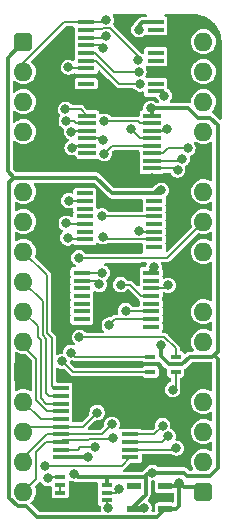
<source format=gbr>
%TF.GenerationSoftware,KiCad,Pcbnew,7.0.5*%
%TF.CreationDate,2024-01-10T17:59:05+02:00*%
%TF.ProjectId,HCP65 MPU Timer,48435036-3520-44d5-9055-2054696d6572,rev?*%
%TF.SameCoordinates,Original*%
%TF.FileFunction,Copper,L1,Top*%
%TF.FilePolarity,Positive*%
%FSLAX46Y46*%
G04 Gerber Fmt 4.6, Leading zero omitted, Abs format (unit mm)*
G04 Created by KiCad (PCBNEW 7.0.5) date 2024-01-10 17:59:05*
%MOMM*%
%LPD*%
G01*
G04 APERTURE LIST*
G04 Aperture macros list*
%AMRoundRect*
0 Rectangle with rounded corners*
0 $1 Rounding radius*
0 $2 $3 $4 $5 $6 $7 $8 $9 X,Y pos of 4 corners*
0 Add a 4 corners polygon primitive as box body*
4,1,4,$2,$3,$4,$5,$6,$7,$8,$9,$2,$3,0*
0 Add four circle primitives for the rounded corners*
1,1,$1+$1,$2,$3*
1,1,$1+$1,$4,$5*
1,1,$1+$1,$6,$7*
1,1,$1+$1,$8,$9*
0 Add four rect primitives between the rounded corners*
20,1,$1+$1,$2,$3,$4,$5,0*
20,1,$1+$1,$4,$5,$6,$7,0*
20,1,$1+$1,$6,$7,$8,$9,0*
20,1,$1+$1,$8,$9,$2,$3,0*%
G04 Aperture macros list end*
%TA.AperFunction,SMDPad,CuDef*%
%ADD10R,1.450000X0.450000*%
%TD*%
%TA.AperFunction,SMDPad,CuDef*%
%ADD11R,0.875000X0.450000*%
%TD*%
%TA.AperFunction,SMDPad,CuDef*%
%ADD12R,1.475000X0.450000*%
%TD*%
%TA.AperFunction,SMDPad,CuDef*%
%ADD13R,1.525000X0.430000*%
%TD*%
%TA.AperFunction,SMDPad,CuDef*%
%ADD14R,1.150000X0.600000*%
%TD*%
%TA.AperFunction,SMDPad,CuDef*%
%ADD15R,0.950000X0.450000*%
%TD*%
%TA.AperFunction,ComponentPad*%
%ADD16RoundRect,0.400000X-0.400000X-0.400000X0.400000X-0.400000X0.400000X0.400000X-0.400000X0.400000X0*%
%TD*%
%TA.AperFunction,ComponentPad*%
%ADD17O,1.600000X1.600000*%
%TD*%
%TA.AperFunction,ComponentPad*%
%ADD18R,1.600000X1.600000*%
%TD*%
%TA.AperFunction,ViaPad*%
%ADD19C,0.800000*%
%TD*%
%TA.AperFunction,Conductor*%
%ADD20C,0.380000*%
%TD*%
%TA.AperFunction,Conductor*%
%ADD21C,0.200000*%
%TD*%
G04 APERTURE END LIST*
D10*
%TO.P,IC14,1,Q11*%
%TO.N,unconnected-(IC14-Q11-Pad1)*%
X94103000Y-71258000D03*
%TO.P,IC14,2,Q5*%
%TO.N,/Q18*%
X94103000Y-71908000D03*
%TO.P,IC14,3,Q4*%
%TO.N,unconnected-(IC14-Q4-Pad3)*%
X94103000Y-72558000D03*
%TO.P,IC14,4,Q6*%
%TO.N,unconnected-(IC14-Q6-Pad4)*%
X94103000Y-73208000D03*
%TO.P,IC14,5,Q3*%
%TO.N,/Q16*%
X94103000Y-73858000D03*
%TO.P,IC14,6,Q2*%
%TO.N,unconnected-(IC14-Q2-Pad6)*%
X94103000Y-74508000D03*
%TO.P,IC14,7,Q1*%
%TO.N,/Q14*%
X94103000Y-75158000D03*
%TO.P,IC14,8,GND*%
%TO.N,/GND*%
X94103000Y-75808000D03*
%TO.P,IC14,9,Q0*%
%TO.N,unconnected-(IC14-Q0-Pad9)*%
X99953000Y-75808000D03*
%TO.P,IC14,10,~{CP}*%
%TO.N,/Q12*%
X99953000Y-75158000D03*
%TO.P,IC14,11,MR*%
%TO.N,/~{Reset}*%
X99953000Y-74508000D03*
%TO.P,IC14,12,Q8*%
%TO.N,unconnected-(IC14-Q8-Pad12)*%
X99953000Y-73858000D03*
%TO.P,IC14,13,Q7*%
%TO.N,/Q20*%
X99953000Y-73208000D03*
%TO.P,IC14,14,Q9*%
%TO.N,unconnected-(IC14-Q9-Pad14)*%
X99953000Y-72558000D03*
%TO.P,IC14,15,Q10*%
%TO.N,unconnected-(IC14-Q10-Pad15)*%
X99953000Y-71908000D03*
%TO.P,IC14,16,5V*%
%TO.N,/5V*%
X99953000Y-71258000D03*
%TD*%
D11*
%TO.P,IC11,1,A*%
%TO.N,/CLK*%
X99649000Y-85075000D03*
%TO.P,IC11,2,GND*%
%TO.N,/GND*%
X99649000Y-85725000D03*
%TO.P,IC11,3,B*%
%TO.N,/~{NMI Rate Select}*%
X99649000Y-86375000D03*
%TO.P,IC11,4,Y*%
%TO.N,/~{Write NMI Rate Select}\u00B7CLK*%
X101773000Y-86375000D03*
%TO.P,IC11,5,3V*%
%TO.N,/3.3V*%
X101773000Y-85725000D03*
%TO.P,IC11,6,C*%
%TO.N,/~{WD}*%
X101773000Y-85075000D03*
%TD*%
D12*
%TO.P,IC9,1,~{OE1}*%
%TO.N,/~{NMI Rate Select}*%
X97934000Y-93603000D03*
%TO.P,IC9,2,A0*%
%TO.N,/NMI_{Speed}0*%
X97934000Y-92953000D03*
%TO.P,IC9,3,A1*%
%TO.N,/NMI_{Speed}1*%
X97934000Y-92303000D03*
%TO.P,IC9,4,A2*%
%TO.N,/NMI_{Speed}2*%
X97934000Y-91653000D03*
%TO.P,IC9,5,A3*%
%TO.N,/GND*%
X97934000Y-91003000D03*
%TO.P,IC9,6,A4*%
X97934000Y-90353000D03*
%TO.P,IC9,7,A5*%
X97934000Y-89703000D03*
%TO.P,IC9,8,A6*%
X97934000Y-89053000D03*
%TO.P,IC9,9,A7*%
X97934000Y-88403000D03*
%TO.P,IC9,10,GND*%
X97934000Y-87753000D03*
%TO.P,IC9,11,Y7*%
%TO.N,/D7*%
X92058000Y-87753000D03*
%TO.P,IC9,12,Y6*%
%TO.N,/D6*%
X92058000Y-88403000D03*
%TO.P,IC9,13,Y5*%
%TO.N,/D5*%
X92058000Y-89053000D03*
%TO.P,IC9,14,Y4*%
%TO.N,/D4*%
X92058000Y-89703000D03*
%TO.P,IC9,15,Y3*%
%TO.N,/D3*%
X92058000Y-90353000D03*
%TO.P,IC9,16,Y2*%
%TO.N,/D2*%
X92058000Y-91003000D03*
%TO.P,IC9,17,Y1*%
%TO.N,/D1*%
X92058000Y-91653000D03*
%TO.P,IC9,18,Y0*%
%TO.N,/D0*%
X92058000Y-92303000D03*
%TO.P,IC9,19,~{OE2}*%
%TO.N,/~{RD}*%
X92058000Y-92953000D03*
%TO.P,IC9,20,3V*%
%TO.N,/3.3V*%
X92058000Y-93603000D03*
%TD*%
D13*
%TO.P,IC7,1,I3*%
%TO.N,/Q14*%
X94316000Y-64707000D03*
%TO.P,IC7,2,I2*%
%TO.N,/Q16*%
X94316000Y-65341000D03*
%TO.P,IC7,3,I1*%
%TO.N,/Q18*%
X94316000Y-65977000D03*
%TO.P,IC7,4,I0*%
%TO.N,/Q20*%
X94316000Y-66611000D03*
%TO.P,IC7,5,Y*%
%TO.N,/~{Set Timer}*%
X94316000Y-67247000D03*
%TO.P,IC7,6,NC*%
%TO.N,unconnected-(IC7-NC-Pad6)*%
X94316000Y-67881000D03*
%TO.P,IC7,7,~{OE}*%
%TO.N,/GND*%
X94316000Y-68517000D03*
%TO.P,IC7,8,GND*%
X94316000Y-69151000D03*
%TO.P,IC7,9,S2*%
%TO.N,/NMI_{Speed}2*%
X99740000Y-69151000D03*
%TO.P,IC7,10,S1*%
%TO.N,/NMI_{Speed}1*%
X99740000Y-68517000D03*
%TO.P,IC7,11,S0*%
%TO.N,/NMI_{Speed}0*%
X99740000Y-67881000D03*
%TO.P,IC7,12,I7*%
%TO.N,/Q6*%
X99740000Y-67247000D03*
%TO.P,IC7,13,I6*%
%TO.N,/Q8*%
X99740000Y-66611000D03*
%TO.P,IC7,14,I5*%
%TO.N,/Q10*%
X99740000Y-65977000D03*
%TO.P,IC7,15,I4*%
%TO.N,/Q12*%
X99740000Y-65341000D03*
%TO.P,IC7,16,3V*%
%TO.N,/3.3V*%
X99740000Y-64707000D03*
%TD*%
D10*
%TO.P,IC6,1,Q11*%
%TO.N,/Q12*%
X93849000Y-77989000D03*
%TO.P,IC6,2,Q5*%
%TO.N,/Q6*%
X93849000Y-78639000D03*
%TO.P,IC6,3,Q4*%
%TO.N,unconnected-(IC6-Q4-Pad3)*%
X93849000Y-79289000D03*
%TO.P,IC6,4,Q6*%
%TO.N,unconnected-(IC6-Q6-Pad4)*%
X93849000Y-79939000D03*
%TO.P,IC6,5,Q3*%
%TO.N,unconnected-(IC6-Q3-Pad5)*%
X93849000Y-80589000D03*
%TO.P,IC6,6,Q2*%
%TO.N,unconnected-(IC6-Q2-Pad6)*%
X93849000Y-81239000D03*
%TO.P,IC6,7,Q1*%
%TO.N,unconnected-(IC6-Q1-Pad7)*%
X93849000Y-81889000D03*
%TO.P,IC6,8,GND*%
%TO.N,/GND*%
X93849000Y-82539000D03*
%TO.P,IC6,9,Q0*%
%TO.N,unconnected-(IC6-Q0-Pad9)*%
X99699000Y-82539000D03*
%TO.P,IC6,10,~{CP}*%
%TO.N,/Q0*%
X99699000Y-81889000D03*
%TO.P,IC6,11,MR*%
%TO.N,/~{Reset}*%
X99699000Y-81239000D03*
%TO.P,IC6,12,Q8*%
%TO.N,unconnected-(IC6-Q8-Pad12)*%
X99699000Y-80589000D03*
%TO.P,IC6,13,Q7*%
%TO.N,/Q8*%
X99699000Y-79939000D03*
%TO.P,IC6,14,Q9*%
%TO.N,/Q10*%
X99699000Y-79289000D03*
%TO.P,IC6,15,Q10*%
%TO.N,unconnected-(IC6-Q10-Pad15)*%
X99699000Y-78639000D03*
%TO.P,IC6,16,5V*%
%TO.N,/5V*%
X99699000Y-77989000D03*
%TD*%
D14*
%TO.P,IC5,1,VIN*%
%TO.N,/5V*%
X100868000Y-97978000D03*
%TO.P,IC5,2,GND*%
%TO.N,/GND*%
X100868000Y-97028000D03*
%TO.P,IC5,3,EN*%
%TO.N,/5V*%
X100868000Y-96078000D03*
%TO.P,IC5,4,ADJ*%
%TO.N,unconnected-(IC5-ADJ-Pad4)*%
X98268000Y-96078000D03*
%TO.P,IC5,5,VOUT*%
%TO.N,/3.3V*%
X98268000Y-97978000D03*
%TD*%
D12*
%TO.P,IC2,1,~{MR}*%
%TO.N,/~{Reset}*%
X94217000Y-56765000D03*
%TO.P,IC2,2,Q0*%
%TO.N,/NMI_{Speed}0*%
X94217000Y-57415000D03*
%TO.P,IC2,3,D0*%
%TO.N,/D0*%
X94217000Y-58065000D03*
%TO.P,IC2,4,D1*%
%TO.N,/D1*%
X94217000Y-58715000D03*
%TO.P,IC2,5,Q1*%
%TO.N,/NMI_{Speed}1*%
X94217000Y-59365000D03*
%TO.P,IC2,6,Q2*%
%TO.N,/NMI_{Speed}2*%
X94217000Y-60015000D03*
%TO.P,IC2,7,D2*%
%TO.N,/D2*%
X94217000Y-60665000D03*
%TO.P,IC2,8,D3*%
%TO.N,/GND*%
X94217000Y-61315000D03*
%TO.P,IC2,9,Q3*%
%TO.N,unconnected-(IC2-Q3-Pad9)*%
X94217000Y-61965000D03*
%TO.P,IC2,10,GND*%
%TO.N,/GND*%
X94217000Y-62615000D03*
%TO.P,IC2,11,CP*%
%TO.N,/~{Write NMI Rate Select}\u00B7CLK*%
X100093000Y-62615000D03*
%TO.P,IC2,12,Q4*%
%TO.N,unconnected-(IC2-Q4-Pad12)*%
X100093000Y-61965000D03*
%TO.P,IC2,13,D4*%
%TO.N,/GND*%
X100093000Y-61315000D03*
%TO.P,IC2,14,D5*%
X100093000Y-60665000D03*
%TO.P,IC2,15,Q5*%
%TO.N,unconnected-(IC2-Q5-Pad15)*%
X100093000Y-60015000D03*
%TO.P,IC2,16,Q6*%
%TO.N,unconnected-(IC2-Q6-Pad16)*%
X100093000Y-59365000D03*
%TO.P,IC2,17,D6*%
%TO.N,/GND*%
X100093000Y-58715000D03*
%TO.P,IC2,18,D7*%
X100093000Y-58065000D03*
%TO.P,IC2,19,Q7*%
%TO.N,unconnected-(IC2-Q7-Pad19)*%
X100093000Y-57415000D03*
%TO.P,IC2,20,3V*%
%TO.N,/3.3V*%
X100093000Y-56765000D03*
%TD*%
D15*
%TO.P,IC1,1,CP*%
%TO.N,/CLK*%
X92005000Y-95291000D03*
%TO.P,IC1,2,D*%
%TO.N,/~{Q}*%
X92005000Y-95941000D03*
%TO.P,IC1,3,~{Q}*%
X92005000Y-96591000D03*
%TO.P,IC1,4,GND*%
%TO.N,/GND*%
X92005000Y-97241000D03*
%TO.P,IC1,5,Q*%
%TO.N,/Q0*%
X95955000Y-97241000D03*
%TO.P,IC1,6,~{RD}*%
%TO.N,/~{Reset}*%
X95955000Y-96591000D03*
%TO.P,IC1,7,~{SD}*%
%TO.N,/3.3V*%
X95955000Y-95941000D03*
%TO.P,IC1,8,3V*%
X95955000Y-95291000D03*
%TD*%
D16*
%TO.P,J2,1,Pin_1*%
%TO.N,/5V*%
X88900000Y-58420000D03*
D17*
%TO.P,J2,2,Pin_2*%
%TO.N,/~{Reset}*%
X88900000Y-60960000D03*
%TO.P,J2,3,Pin_3*%
%TO.N,/~{RD}*%
X88900000Y-63500000D03*
%TO.P,J2,4,Pin_4*%
%TO.N,/~{WD}*%
X88900000Y-66040000D03*
D18*
%TO.P,J2,5,Pin_5*%
%TO.N,/GND*%
X88900000Y-68580000D03*
D17*
%TO.P,J2,6,Pin_6*%
%TO.N,/CLK*%
X88900000Y-71120000D03*
%TO.P,J2,7,Pin_7*%
%TO.N,/~{NMI Rate Select}*%
X88900000Y-73660000D03*
%TO.P,J2,8,Pin_8*%
%TO.N,/D7*%
X88900000Y-76200000D03*
%TO.P,J2,9,Pin_9*%
%TO.N,/D6*%
X88900000Y-78740000D03*
%TO.P,J2,10,Pin_10*%
%TO.N,/D5*%
X88900000Y-81280000D03*
%TO.P,J2,11,Pin_11*%
%TO.N,/D4*%
X88900000Y-83820000D03*
D18*
%TO.P,J2,12,Pin_12*%
%TO.N,/GND*%
X88900000Y-86360000D03*
D17*
%TO.P,J2,13,Pin_13*%
%TO.N,/D3*%
X88900000Y-88900000D03*
%TO.P,J2,14,Pin_14*%
%TO.N,/D2*%
X88900000Y-91440000D03*
%TO.P,J2,15,Pin_15*%
%TO.N,/D1*%
X88900000Y-93980000D03*
%TO.P,J2,16,Pin_16*%
%TO.N,/D0*%
X88900000Y-96520000D03*
D16*
%TO.P,J2,17,Pin_17*%
%TO.N,/5V*%
X104140000Y-96520000D03*
D17*
%TO.P,J2,18,Pin_18*%
%TO.N,unconnected-(J2-Pin_18-Pad18)*%
X104140000Y-93980000D03*
%TO.P,J2,19,Pin_19*%
%TO.N,unconnected-(J2-Pin_19-Pad19)*%
X104140000Y-91440000D03*
%TO.P,J2,20,Pin_20*%
%TO.N,unconnected-(J2-Pin_20-Pad20)*%
X104140000Y-88900000D03*
D18*
%TO.P,J2,21,Pin_21*%
%TO.N,/GND*%
X104140000Y-86360000D03*
D17*
%TO.P,J2,22,Pin_22*%
%TO.N,unconnected-(J2-Pin_22-Pad22)*%
X104140000Y-83820000D03*
%TO.P,J2,23,Pin_23*%
%TO.N,unconnected-(J2-Pin_23-Pad23)*%
X104140000Y-81280000D03*
%TO.P,J2,24,Pin_24*%
%TO.N,/GND*%
X104140000Y-78740000D03*
%TO.P,J2,25,Pin_25*%
%TO.N,unconnected-(J2-Pin_25-Pad25)*%
X104140000Y-76200000D03*
%TO.P,J2,26,Pin_26*%
%TO.N,/~{Set Timer}*%
X104140000Y-73660000D03*
%TO.P,J2,27,Pin_27*%
%TO.N,unconnected-(J2-Pin_27-Pad27)*%
X104140000Y-71120000D03*
D18*
%TO.P,J2,28,Pin_28*%
%TO.N,/GND*%
X104140000Y-68580000D03*
D17*
%TO.P,J2,29,Pin_29*%
%TO.N,unconnected-(J2-Pin_29-Pad29)*%
X104140000Y-66040000D03*
%TO.P,J2,30,Pin_30*%
%TO.N,unconnected-(J2-Pin_30-Pad30)*%
X104140000Y-63500000D03*
%TO.P,J2,31,Pin_31*%
%TO.N,unconnected-(J2-Pin_31-Pad31)*%
X104140000Y-60960000D03*
%TO.P,J2,32,Pin_32*%
%TO.N,unconnected-(J2-Pin_32-Pad32)*%
X104140000Y-58420000D03*
%TD*%
D19*
%TO.N,/5V*%
X102108000Y-95758014D03*
X100584000Y-71006294D03*
X99949000Y-77470000D03*
%TO.N,/GND*%
X93472000Y-97282000D03*
X93078932Y-68462315D03*
X98171000Y-80264000D03*
X101901000Y-59610000D03*
X98526987Y-75902781D03*
X99975558Y-97037644D03*
X100584000Y-87375998D03*
X93680103Y-90039736D03*
X90932000Y-62230000D03*
X101023502Y-80132045D03*
X98806000Y-58674000D03*
X98236035Y-62857517D03*
X92329000Y-76454000D03*
X99822002Y-69986896D03*
%TO.N,/3.3V*%
X99822000Y-94897000D03*
X100533504Y-84139021D03*
X93218000Y-95003000D03*
X94361004Y-93603006D03*
X99110843Y-97878000D03*
X98679000Y-57404012D03*
X99695000Y-64071500D03*
%TO.N,/~{Write NMI Rate Select}\u00B7CLK*%
X100838000Y-62992000D03*
X101534986Y-87884000D03*
%TO.N,/Q6*%
X95326987Y-78970173D03*
X95738179Y-67887500D03*
%TO.N,/CLK*%
X90991451Y-95382791D03*
X92894626Y-84741898D03*
%TO.N,/~{Reset}*%
X98678206Y-74407999D03*
X97538611Y-81183610D03*
X95899996Y-56570016D03*
X97028000Y-96266000D03*
%TO.N,/D0*%
X96520000Y-91948000D03*
X95915770Y-57970016D03*
%TO.N,/D1*%
X95591999Y-58945097D03*
X96393000Y-90805000D03*
%TO.N,/D2*%
X92709996Y-60579000D03*
X95141840Y-89823532D03*
%TO.N,/~{NMI Rate Select}*%
X92194626Y-85478992D03*
X90700008Y-94361000D03*
%TO.N,/~{WD}*%
X93641990Y-83439000D03*
%TO.N,/~{RD}*%
X94919195Y-92753000D03*
%TO.N,/NMI_{Speed}0*%
X98602615Y-59994615D03*
X101854000Y-92837000D03*
X102822477Y-67446845D03*
%TO.N,/NMI_{Speed}1*%
X101154000Y-91807416D03*
X102339992Y-68326000D03*
X98666946Y-60992546D03*
%TO.N,/NMI_{Speed}2*%
X100684245Y-90924616D03*
X101939992Y-69300159D03*
X98733970Y-61990300D03*
%TO.N,/Q8*%
X97970000Y-65851000D03*
X97126987Y-78994000D03*
%TO.N,/Q18*%
X92746986Y-71883675D03*
X92955177Y-66035693D03*
%TO.N,/Q0*%
X96163000Y-82400408D03*
X96088385Y-97878000D03*
%TO.N,/Q12*%
X95628838Y-74929474D03*
X95758000Y-65151000D03*
X95588611Y-77984281D03*
%TO.N,/Q10*%
X101139992Y-79045496D03*
X101077065Y-65791974D03*
%TO.N,/Q16*%
X92521000Y-65134863D03*
X92521000Y-73787000D03*
%TO.N,/Q14*%
X92636205Y-75029566D03*
X92456000Y-64135000D03*
%TO.N,/Q20*%
X95590953Y-66703822D03*
X95526987Y-73162555D03*
%TO.N,/~{Set Timer}*%
X93016248Y-67399988D03*
X93599000Y-76708000D03*
%TD*%
D20*
%TO.N,/5V*%
X99953000Y-71258000D02*
X100204706Y-71006294D01*
X88407085Y-97710000D02*
X87710000Y-97012915D01*
X102108000Y-97693000D02*
X102108000Y-95758014D01*
X87710000Y-97012915D02*
X87710000Y-70311000D01*
X100868000Y-96078000D02*
X101788014Y-96078000D01*
X88900000Y-58420000D02*
X87562000Y-59758000D01*
X103759000Y-96139000D02*
X102488986Y-96139000D01*
X96404000Y-71258000D02*
X99953000Y-71258000D01*
X88091000Y-69930000D02*
X95076000Y-69930000D01*
X90032000Y-98668000D02*
X89074000Y-97710000D01*
X99699000Y-77989000D02*
X99699000Y-77720000D01*
X89074000Y-97710000D02*
X88407085Y-97710000D01*
X101823000Y-97978000D02*
X102108000Y-97693000D01*
X87710000Y-70311000D02*
X88091000Y-69930000D01*
X95076000Y-69930000D02*
X96404000Y-71258000D01*
X100868000Y-97978000D02*
X101823000Y-97978000D01*
X87562000Y-59758000D02*
X87562000Y-69401000D01*
X87562000Y-69401000D02*
X88091000Y-69930000D01*
X99699000Y-77720000D02*
X99949000Y-77470000D01*
X100204706Y-71006294D02*
X100584000Y-71006294D01*
X101788014Y-96078000D02*
X102108000Y-95758014D01*
X100178000Y-98668000D02*
X90032000Y-98668000D01*
X102488986Y-96139000D02*
X102108000Y-95758014D01*
X100868000Y-97978000D02*
X100178000Y-98668000D01*
%TO.N,/GND*%
X102503714Y-70216286D02*
X100051392Y-70216286D01*
X94907179Y-82539000D02*
X97182179Y-80264000D01*
X91317000Y-62615000D02*
X94217000Y-62615000D01*
X97934000Y-87753000D02*
X97934000Y-88403000D01*
X97934000Y-89053000D02*
X97934000Y-89703000D01*
X101306757Y-88773000D02*
X100584000Y-88050243D01*
X97934000Y-88403000D02*
X97934000Y-89053000D01*
X94217000Y-61315000D02*
X95334500Y-61315000D01*
X101901000Y-59405500D02*
X101901000Y-59610000D01*
X102747955Y-80132045D02*
X104140000Y-78740000D01*
X97993518Y-62615000D02*
X98236035Y-62857517D01*
X90932000Y-62230000D02*
X91317000Y-62615000D01*
X101210500Y-60665000D02*
X101901000Y-59974500D01*
X104140000Y-68580000D02*
X102503714Y-70216286D01*
X98818396Y-69986896D02*
X99822002Y-69986896D01*
X100584000Y-88050243D02*
X100584000Y-87375998D01*
X100093000Y-58715000D02*
X101210500Y-58715000D01*
X100051392Y-70216286D02*
X99822002Y-69986896D01*
X95966839Y-87753000D02*
X93680103Y-90039736D01*
X101023502Y-80132045D02*
X102747955Y-80132045D01*
X94316000Y-69151000D02*
X97982500Y-69151000D01*
X94103000Y-75808000D02*
X98432206Y-75808000D01*
X93078932Y-68462315D02*
X93133617Y-68517000D01*
X100093000Y-60665000D02*
X101210500Y-60665000D01*
X94217000Y-62615000D02*
X97993518Y-62615000D01*
X100093000Y-58065000D02*
X100093000Y-58715000D01*
X93849000Y-82539000D02*
X94907179Y-82539000D01*
X92557229Y-76454000D02*
X92329000Y-76454000D01*
X101901000Y-59974500D02*
X101901000Y-59610000D01*
X99649000Y-85725000D02*
X100389256Y-85725000D01*
X99415000Y-58065000D02*
X98806000Y-58674000D01*
X97934000Y-87753000D02*
X95966839Y-87753000D01*
X94316000Y-69151000D02*
X90868000Y-69151000D01*
X100093000Y-58065000D02*
X99415000Y-58065000D01*
X100093000Y-60665000D02*
X100093000Y-61315000D01*
X90297000Y-68580000D02*
X88900000Y-68580000D01*
X98432206Y-75808000D02*
X98526987Y-75902781D01*
X93472000Y-97282000D02*
X92046000Y-97282000D01*
X97982500Y-69151000D02*
X98818396Y-69986896D01*
X100868000Y-97028000D02*
X99985202Y-97028000D01*
X93203229Y-75808000D02*
X92557229Y-76454000D01*
X95334500Y-61315000D02*
X95344500Y-61325000D01*
X101210500Y-58715000D02*
X101901000Y-59405500D01*
X97934000Y-89703000D02*
X97934000Y-90353000D01*
X97182179Y-80264000D02*
X98171000Y-80264000D01*
X94316000Y-68517000D02*
X94316000Y-69151000D01*
X101854000Y-88773000D02*
X101306757Y-88773000D01*
X97934000Y-90353000D02*
X97934000Y-91003000D01*
X100389256Y-85725000D02*
X100584000Y-85919744D01*
X95344500Y-61325000D02*
X95344500Y-62520500D01*
X100584000Y-85919744D02*
X100584000Y-87375998D01*
X99985202Y-97028000D02*
X99975558Y-97037644D01*
X92046000Y-97282000D02*
X92005000Y-97241000D01*
X94103000Y-75808000D02*
X93203229Y-75808000D01*
X90868000Y-69151000D02*
X90297000Y-68580000D01*
X95344500Y-62520500D02*
X95250000Y-62615000D01*
X93133617Y-68517000D02*
X94316000Y-68517000D01*
X104140000Y-86487000D02*
X101854000Y-88773000D01*
%TO.N,/3.3V*%
X99740000Y-64116500D02*
X99695000Y-64071500D01*
X105330000Y-94509000D02*
X104669000Y-95170000D01*
X104902000Y-85090000D02*
X105029000Y-84963000D01*
X103647085Y-64850000D02*
X102868585Y-64071500D01*
X99136000Y-95291000D02*
X95955000Y-95291000D01*
X104669000Y-95170000D02*
X102764229Y-95170000D01*
X98268000Y-97978000D02*
X98268000Y-97733000D01*
X102362000Y-85725000D02*
X102997000Y-85090000D01*
X99530000Y-94897000D02*
X99822000Y-94897000D01*
X101209500Y-85725000D02*
X100533504Y-85049004D01*
X92058000Y-93603000D02*
X94360998Y-93603000D01*
X100533504Y-85049004D02*
X100533504Y-84139021D01*
X101773000Y-85725000D02*
X102362000Y-85725000D01*
X99010843Y-97978000D02*
X99110843Y-97878000D01*
X105330000Y-65511001D02*
X104668999Y-64850000D01*
X105330000Y-85264000D02*
X105330000Y-94509000D01*
X99740000Y-64707000D02*
X99740000Y-64116500D01*
X94360998Y-93603000D02*
X94361004Y-93603006D01*
X102997000Y-85090000D02*
X104902000Y-85090000D01*
X99233000Y-96768000D02*
X99233000Y-95388000D01*
X101773000Y-85725000D02*
X101209500Y-85725000D01*
X98975500Y-56765000D02*
X98679000Y-57061500D01*
X102491229Y-94897000D02*
X99822000Y-94897000D01*
X100093000Y-56765000D02*
X98975500Y-56765000D01*
X93218000Y-95003000D02*
X93506000Y-95291000D01*
X104668999Y-64850000D02*
X103647085Y-64850000D01*
X95955000Y-95291000D02*
X95955000Y-95941000D01*
X105330000Y-84662000D02*
X105330000Y-65511001D01*
X105029000Y-84963000D02*
X105330000Y-85264000D01*
X102764229Y-95170000D02*
X102491229Y-94897000D01*
X98679000Y-57061500D02*
X98679000Y-57404012D01*
X98268000Y-97978000D02*
X99010843Y-97978000D01*
X98268000Y-97733000D02*
X99233000Y-96768000D01*
X99233000Y-95388000D02*
X99136000Y-95291000D01*
X105029000Y-84963000D02*
X105330000Y-84662000D01*
X93506000Y-95291000D02*
X95955000Y-95291000D01*
X99136000Y-95291000D02*
X99530000Y-94897000D01*
X102868585Y-64071500D02*
X99695000Y-64071500D01*
D21*
%TO.N,/~{Write NMI Rate Select}\u00B7CLK*%
X101773000Y-86375000D02*
X101773000Y-87645986D01*
X101773000Y-87645986D02*
X101534986Y-87884000D01*
X100461000Y-62615000D02*
X100838000Y-62992000D01*
%TO.N,/Q6*%
X94995814Y-78639000D02*
X95326987Y-78970173D01*
X93849000Y-78639000D02*
X94995814Y-78639000D01*
X96378679Y-67247000D02*
X95738179Y-67887500D01*
X99740000Y-67247000D02*
X96378679Y-67247000D01*
%TO.N,/CLK*%
X91083242Y-95291000D02*
X90991451Y-95382791D01*
X93227728Y-85075000D02*
X92894626Y-84741898D01*
X92005000Y-95291000D02*
X91083242Y-95291000D01*
X99649000Y-85075000D02*
X93227728Y-85075000D01*
%TO.N,/~{Reset}*%
X95955000Y-96591000D02*
X96703000Y-96591000D01*
X98778207Y-74508000D02*
X98678206Y-74407999D01*
X94217000Y-56765000D02*
X95705012Y-56765000D01*
X88900000Y-60209949D02*
X92344949Y-56765000D01*
X95705012Y-56765000D02*
X95899996Y-56570016D01*
X92344949Y-56765000D02*
X94217000Y-56765000D01*
X99953000Y-74508000D02*
X98778207Y-74508000D01*
X96703000Y-96591000D02*
X97028000Y-96266000D01*
X99699000Y-81239000D02*
X97594001Y-81239000D01*
X88900000Y-60960000D02*
X88900000Y-60209949D01*
X97594001Y-81239000D02*
X97538611Y-81183610D01*
%TO.N,/D0*%
X96415000Y-92053000D02*
X96520000Y-91948000D01*
X90831000Y-92303000D02*
X90000000Y-93134000D01*
X92179500Y-92181500D02*
X94345851Y-92181500D01*
X94474351Y-92053000D02*
X96415000Y-92053000D01*
X90000000Y-93134000D02*
X90000000Y-95420000D01*
X94345851Y-92181500D02*
X94474351Y-92053000D01*
X90000000Y-95420000D02*
X88900000Y-96520000D01*
X92058000Y-92303000D02*
X90831000Y-92303000D01*
X94217000Y-58065000D02*
X95820786Y-58065000D01*
X95820786Y-58065000D02*
X95915770Y-57970016D01*
%TO.N,/D1*%
X95545000Y-91653000D02*
X96393000Y-90805000D01*
X88900000Y-93668315D02*
X90915315Y-91653000D01*
X94217000Y-58715000D02*
X95361902Y-58715000D01*
X90915315Y-91653000D02*
X92058000Y-91653000D01*
X92058000Y-91653000D02*
X95545000Y-91653000D01*
X95361902Y-58715000D02*
X95591999Y-58945097D01*
%TO.N,/D2*%
X92058000Y-91003000D02*
X89337000Y-91003000D01*
X92058000Y-91003000D02*
X93962372Y-91003000D01*
X92795996Y-60665000D02*
X92709996Y-60579000D01*
X94217000Y-60665000D02*
X92795996Y-60665000D01*
X93962372Y-91003000D02*
X95141840Y-89823532D01*
%TO.N,/D3*%
X92058000Y-90353000D02*
X90353000Y-90353000D01*
X90353000Y-90353000D02*
X88900000Y-88900000D01*
%TO.N,/D4*%
X90000000Y-88787685D02*
X90000000Y-85260000D01*
X92058000Y-89703000D02*
X90915315Y-89703000D01*
X90915315Y-89703000D02*
X90000000Y-88787685D01*
X90000000Y-85260000D02*
X88900000Y-84160000D01*
%TO.N,/D5*%
X90400000Y-83715056D02*
X90113000Y-83428055D01*
X92058000Y-89053000D02*
X90831000Y-89053000D01*
X90831000Y-89053000D02*
X90400000Y-88622000D01*
X90113000Y-83428055D02*
X90113000Y-82493000D01*
X90113000Y-82493000D02*
X88900000Y-81280000D01*
X90400000Y-88622000D02*
X90400000Y-83715056D01*
%TO.N,/D6*%
X91070000Y-88403000D02*
X90800000Y-88133000D01*
X92058000Y-88403000D02*
X91070000Y-88403000D01*
X90513000Y-80353000D02*
X88900000Y-78740000D01*
X90800000Y-83549371D02*
X90513000Y-83262370D01*
X90800000Y-88133000D02*
X90800000Y-83549371D01*
X90513000Y-83262370D02*
X90513000Y-80353000D01*
%TO.N,/D7*%
X91294000Y-87611000D02*
X91294000Y-83477686D01*
X91436000Y-87753000D02*
X91294000Y-87611000D01*
X90913000Y-78213000D02*
X88900000Y-76200000D01*
X91294000Y-83477686D02*
X90913000Y-83096685D01*
X90913000Y-83096685D02*
X90913000Y-78213000D01*
%TO.N,/~{NMI Rate Select}*%
X93090634Y-86375000D02*
X92194626Y-85478992D01*
X97234000Y-94303000D02*
X90758008Y-94303000D01*
X99649000Y-86375000D02*
X93090634Y-86375000D01*
X90758008Y-94303000D02*
X90700008Y-94361000D01*
X97934000Y-93603000D02*
X97234000Y-94303000D01*
%TO.N,/~{WD}*%
X101773000Y-85075000D02*
X101773000Y-84374000D01*
X100838000Y-83439000D02*
X93641990Y-83439000D01*
X101773000Y-84374000D02*
X100838000Y-83439000D01*
%TO.N,/~{RD}*%
X93509050Y-92953000D02*
X93709050Y-92753000D01*
X92058000Y-92953000D02*
X93509050Y-92953000D01*
X93709050Y-92753000D02*
X94919195Y-92753000D01*
%TO.N,/NMI_{Speed}0*%
X101738000Y-92953000D02*
X101854000Y-92837000D01*
X94267000Y-57365000D02*
X95530836Y-57365000D01*
X96259016Y-57270016D02*
X98602615Y-59613615D01*
X95625820Y-57270016D02*
X96259016Y-57270016D01*
X95530836Y-57365000D02*
X95625820Y-57270016D01*
X101136655Y-67446845D02*
X102822477Y-67446845D01*
X98602615Y-59613615D02*
X98602615Y-59994615D01*
X99740000Y-67881000D02*
X100702500Y-67881000D01*
X100702500Y-67881000D02*
X101136655Y-67446845D01*
X97934000Y-92953000D02*
X101738000Y-92953000D01*
%TO.N,/NMI_{Speed}1*%
X97934000Y-92303000D02*
X100658416Y-92303000D01*
X96595085Y-60992546D02*
X98666946Y-60992546D01*
X102148992Y-68517000D02*
X102339992Y-68326000D01*
X99740000Y-68517000D02*
X102148992Y-68517000D01*
X94217000Y-59365000D02*
X94967539Y-59365000D01*
X100658416Y-92303000D02*
X101154000Y-91807416D01*
X94967539Y-59365000D02*
X96595085Y-60992546D01*
%TO.N,/NMI_{Speed}2*%
X99955861Y-91653000D02*
X100684245Y-90924616D01*
X101790833Y-69151000D02*
X101939992Y-69300159D01*
X95051853Y-60015000D02*
X97027153Y-61990300D01*
X94217000Y-60015000D02*
X95051853Y-60015000D01*
X99740000Y-69151000D02*
X101790833Y-69151000D01*
X97934000Y-91653000D02*
X99955861Y-91653000D01*
X97027153Y-61990300D02*
X98733970Y-61990300D01*
%TO.N,/Q8*%
X99740000Y-66611000D02*
X98730000Y-66611000D01*
X98862000Y-79939000D02*
X97917000Y-78994000D01*
X99699000Y-79939000D02*
X98862000Y-79939000D01*
X97917000Y-78994000D02*
X97126987Y-78994000D01*
X98730000Y-66611000D02*
X97970000Y-65851000D01*
%TO.N,/Q18*%
X92771311Y-71908000D02*
X92746986Y-71883675D01*
X94103000Y-71908000D02*
X92771311Y-71908000D01*
X94316000Y-65977000D02*
X93013870Y-65977000D01*
X93013870Y-65977000D02*
X92955177Y-66035693D01*
%TO.N,/~{Q}*%
X92005000Y-95941000D02*
X92005000Y-96591000D01*
%TO.N,/Q0*%
X96674408Y-81889000D02*
X96163000Y-82400408D01*
X95955000Y-97744615D02*
X96088385Y-97878000D01*
X95955000Y-97241000D02*
X95955000Y-97744615D01*
X99699000Y-81889000D02*
X96674408Y-81889000D01*
%TO.N,/Q12*%
X93849000Y-77989000D02*
X95583892Y-77989000D01*
X98777500Y-65341000D02*
X98587500Y-65151000D01*
X99720999Y-75107999D02*
X95807363Y-75107999D01*
X98587500Y-65151000D02*
X95758000Y-65151000D01*
X95807363Y-75107999D02*
X95628838Y-74929474D01*
X95583892Y-77989000D02*
X95588611Y-77984281D01*
X99740000Y-65341000D02*
X98777500Y-65341000D01*
%TO.N,/Q10*%
X100896488Y-79289000D02*
X101139992Y-79045496D01*
X99699000Y-79289000D02*
X100896488Y-79289000D01*
X100892039Y-65977000D02*
X101077065Y-65791974D01*
X99740000Y-65977000D02*
X100892039Y-65977000D01*
%TO.N,/Q16*%
X92592000Y-73858000D02*
X92521000Y-73787000D01*
X93353500Y-65341000D02*
X93147363Y-65134863D01*
X94316000Y-65341000D02*
X93353500Y-65341000D01*
X94103000Y-73858000D02*
X92592000Y-73858000D01*
X93147363Y-65134863D02*
X92521000Y-65134863D01*
%TO.N,/Q14*%
X94103000Y-75158000D02*
X92764639Y-75158000D01*
X94316000Y-64707000D02*
X93744000Y-64135000D01*
X93744000Y-64135000D02*
X92456000Y-64135000D01*
X92764639Y-75158000D02*
X92636205Y-75029566D01*
%TO.N,/Q20*%
X99953000Y-73208000D02*
X95572432Y-73208000D01*
X94316000Y-66611000D02*
X95498131Y-66611000D01*
X95572432Y-73208000D02*
X95526987Y-73162555D01*
X95498131Y-66611000D02*
X95590953Y-66703822D01*
%TO.N,/~{Set Timer}*%
X101092000Y-76708000D02*
X98779950Y-76708000D01*
X98779950Y-76708000D02*
X98714950Y-76773000D01*
X93016248Y-67399988D02*
X93169236Y-67247000D01*
X98714950Y-76773000D02*
X93664000Y-76773000D01*
X93664000Y-76773000D02*
X93599000Y-76708000D01*
X104140000Y-73660000D02*
X101092000Y-76708000D01*
X93169236Y-67247000D02*
X94316000Y-67247000D01*
%TD*%
%TA.AperFunction,Conductor*%
%TO.N,/GND*%
G36*
X92912124Y-95577114D02*
G01*
X92985635Y-95615696D01*
X93041921Y-95629569D01*
X93139014Y-95653500D01*
X93139015Y-95653500D01*
X93214559Y-95653500D01*
X93281598Y-95673185D01*
X93288190Y-95677728D01*
X93297843Y-95684852D01*
X93297844Y-95684852D01*
X93297845Y-95684853D01*
X93305197Y-95688739D01*
X93312713Y-95692359D01*
X93312715Y-95692360D01*
X93367195Y-95709164D01*
X93369337Y-95709869D01*
X93423181Y-95728711D01*
X93423183Y-95728711D01*
X93431340Y-95730254D01*
X93439602Y-95731500D01*
X93439605Y-95731500D01*
X93496585Y-95731500D01*
X93498867Y-95731542D01*
X93555878Y-95733675D01*
X93565112Y-95732635D01*
X93565208Y-95733489D01*
X93580322Y-95731500D01*
X95105500Y-95731500D01*
X95172539Y-95751185D01*
X95218294Y-95803989D01*
X95229500Y-95855500D01*
X95229500Y-96190673D01*
X95239671Y-96241809D01*
X95239671Y-96290188D01*
X95234922Y-96314066D01*
X95229500Y-96341326D01*
X95229500Y-96840674D01*
X95229501Y-96840678D01*
X95239671Y-96891810D01*
X95239671Y-96940190D01*
X95229500Y-96991326D01*
X95229500Y-97490678D01*
X95244032Y-97563735D01*
X95244033Y-97563739D01*
X95250539Y-97573476D01*
X95280460Y-97618257D01*
X95299400Y-97646602D01*
X95385665Y-97704242D01*
X95430471Y-97757854D01*
X95439871Y-97822290D01*
X95433107Y-97877999D01*
X95433107Y-97878000D01*
X95452148Y-98034819D01*
X95452148Y-98034821D01*
X95461519Y-98059530D01*
X95466886Y-98129193D01*
X95433738Y-98190699D01*
X95372599Y-98224520D01*
X95345577Y-98227500D01*
X90265823Y-98227500D01*
X90198784Y-98207815D01*
X90178142Y-98191181D01*
X89527276Y-97540315D01*
X89493791Y-97478992D01*
X89498775Y-97409300D01*
X89536293Y-97356780D01*
X89646410Y-97266410D01*
X89685536Y-97218734D01*
X89777685Y-97106450D01*
X89875232Y-96923954D01*
X89935300Y-96725934D01*
X89955583Y-96520000D01*
X89935300Y-96314066D01*
X89879210Y-96129163D01*
X89878588Y-96059297D01*
X89910189Y-96005490D01*
X90213043Y-95702636D01*
X90232894Y-95686516D01*
X90240669Y-95681437D01*
X90240670Y-95681434D01*
X90249275Y-95675814D01*
X90250622Y-95677876D01*
X90300156Y-95653429D01*
X90369582Y-95661289D01*
X90423536Y-95705141D01*
X90500968Y-95817321D01*
X90619211Y-95922074D01*
X90619213Y-95922075D01*
X90759085Y-95995487D01*
X90912465Y-96033291D01*
X90912466Y-96033291D01*
X91070436Y-96033291D01*
X91125825Y-96019639D01*
X91195628Y-96022708D01*
X91252690Y-96063028D01*
X91278895Y-96127798D01*
X91279500Y-96140036D01*
X91279500Y-96190673D01*
X91289671Y-96241810D01*
X91289671Y-96290190D01*
X91279500Y-96341326D01*
X91279500Y-96840678D01*
X91294032Y-96913735D01*
X91294033Y-96913739D01*
X91300860Y-96923956D01*
X91349399Y-96996601D01*
X91432259Y-97051965D01*
X91432260Y-97051966D01*
X91432264Y-97051967D01*
X91505321Y-97066499D01*
X91505324Y-97066500D01*
X91505326Y-97066500D01*
X92504676Y-97066500D01*
X92504677Y-97066499D01*
X92577740Y-97051966D01*
X92660601Y-96996601D01*
X92715966Y-96913740D01*
X92730500Y-96840674D01*
X92730500Y-96341326D01*
X92720328Y-96290188D01*
X92720328Y-96241809D01*
X92730500Y-96190674D01*
X92730500Y-95691326D01*
X92730500Y-95686911D01*
X92750185Y-95619872D01*
X92802989Y-95574117D01*
X92872147Y-95564173D01*
X92912124Y-95577114D01*
G37*
%TD.AperFunction*%
%TA.AperFunction,Conductor*%
G36*
X99908492Y-95547096D02*
G01*
X99973314Y-95549946D01*
X100030376Y-95590265D01*
X100056581Y-95655035D01*
X100054804Y-95691465D01*
X100042500Y-95753321D01*
X100042500Y-96402678D01*
X100057032Y-96475735D01*
X100057033Y-96475739D01*
X100057034Y-96475740D01*
X100112399Y-96558601D01*
X100183607Y-96606180D01*
X100195260Y-96613966D01*
X100195264Y-96613967D01*
X100268321Y-96628499D01*
X100268324Y-96628500D01*
X100268326Y-96628500D01*
X101467675Y-96628500D01*
X101488004Y-96624456D01*
X101519308Y-96618229D01*
X101588899Y-96624456D01*
X101644077Y-96667318D01*
X101667322Y-96733207D01*
X101667500Y-96739846D01*
X101667500Y-97316153D01*
X101647815Y-97383192D01*
X101595011Y-97428947D01*
X101525853Y-97438891D01*
X101519309Y-97437770D01*
X101467678Y-97427500D01*
X101467674Y-97427500D01*
X100268326Y-97427500D01*
X100268323Y-97427500D01*
X100195264Y-97442032D01*
X100195260Y-97442033D01*
X100112399Y-97497399D01*
X100057033Y-97580260D01*
X100057032Y-97580264D01*
X100042500Y-97653321D01*
X100042500Y-98103500D01*
X100022815Y-98170539D01*
X99970011Y-98216294D01*
X99918500Y-98227500D01*
X99853651Y-98227500D01*
X99786612Y-98207815D01*
X99740857Y-98155011D01*
X99730913Y-98085853D01*
X99737709Y-98059530D01*
X99747079Y-98034821D01*
X99747079Y-98034820D01*
X99747080Y-98034818D01*
X99766121Y-97878000D01*
X99764237Y-97862479D01*
X99747080Y-97721181D01*
X99721344Y-97653321D01*
X99691063Y-97573477D01*
X99601326Y-97443470D01*
X99483083Y-97338717D01*
X99483081Y-97338716D01*
X99477469Y-97333744D01*
X99479541Y-97331404D01*
X99444502Y-97288182D01*
X99436832Y-97218734D01*
X99467925Y-97156164D01*
X99471218Y-97152741D01*
X99524528Y-97099431D01*
X99529696Y-97094812D01*
X99559557Y-97071001D01*
X99591694Y-97023862D01*
X99592982Y-97022046D01*
X99626852Y-96976157D01*
X99626853Y-96976155D01*
X99630743Y-96968794D01*
X99634356Y-96961289D01*
X99634360Y-96961285D01*
X99651161Y-96906811D01*
X99651885Y-96904614D01*
X99670710Y-96850819D01*
X99670710Y-96850812D01*
X99672255Y-96842650D01*
X99673500Y-96834394D01*
X99673500Y-96777403D01*
X99673542Y-96775121D01*
X99675675Y-96718123D01*
X99675674Y-96718122D01*
X99674635Y-96708894D01*
X99675488Y-96708797D01*
X99673500Y-96693682D01*
X99673500Y-95671500D01*
X99693185Y-95604461D01*
X99745989Y-95558706D01*
X99797500Y-95547500D01*
X99900983Y-95547500D01*
X99900985Y-95547500D01*
X99903512Y-95546877D01*
X99905424Y-95546961D01*
X99908432Y-95546596D01*
X99908492Y-95547096D01*
G37*
%TD.AperFunction*%
%TA.AperFunction,Conductor*%
G36*
X93062391Y-85390787D02*
G01*
X93068366Y-85393258D01*
X93071660Y-85394238D01*
X93071661Y-85394239D01*
X93119570Y-85408502D01*
X93121972Y-85409272D01*
X93169240Y-85425500D01*
X93169242Y-85425500D01*
X93176482Y-85426708D01*
X93183774Y-85427617D01*
X93233678Y-85425552D01*
X93236239Y-85425500D01*
X98927803Y-85425500D01*
X98994842Y-85445185D01*
X99022186Y-85472046D01*
X99022266Y-85471967D01*
X99030896Y-85480597D01*
X99030899Y-85480601D01*
X99113760Y-85535966D01*
X99113763Y-85535966D01*
X99113764Y-85535967D01*
X99186821Y-85550499D01*
X99186824Y-85550500D01*
X99186826Y-85550500D01*
X100111176Y-85550500D01*
X100111177Y-85550499D01*
X100184240Y-85535966D01*
X100227471Y-85507080D01*
X100294146Y-85486203D01*
X100361526Y-85504687D01*
X100384041Y-85522502D01*
X100878055Y-86016516D01*
X100882691Y-86021704D01*
X100898509Y-86041538D01*
X100906499Y-86051557D01*
X100953621Y-86083684D01*
X100955470Y-86084996D01*
X100966407Y-86093068D01*
X101001341Y-86118851D01*
X101008714Y-86122747D01*
X101014798Y-86125677D01*
X101017627Y-86128231D01*
X101022759Y-86130822D01*
X101023887Y-86131591D01*
X101022919Y-86133009D01*
X101066659Y-86172498D01*
X101085000Y-86237399D01*
X101085000Y-86624678D01*
X101099532Y-86697735D01*
X101099533Y-86697739D01*
X101107244Y-86709279D01*
X101154899Y-86780601D01*
X101237760Y-86835965D01*
X101237760Y-86835966D01*
X101237764Y-86835967D01*
X101316800Y-86851689D01*
X101316564Y-86852871D01*
X101375438Y-86876641D01*
X101415799Y-86933674D01*
X101422500Y-86973886D01*
X101422500Y-87144608D01*
X101402815Y-87211647D01*
X101350011Y-87257402D01*
X101328177Y-87265004D01*
X101302622Y-87271302D01*
X101302620Y-87271303D01*
X101162748Y-87344715D01*
X101044502Y-87449471D01*
X100954767Y-87579475D01*
X100954766Y-87579476D01*
X100898748Y-87727181D01*
X100879708Y-87883999D01*
X100879708Y-87884000D01*
X100898748Y-88040818D01*
X100954766Y-88188522D01*
X100954766Y-88188523D01*
X101044503Y-88318530D01*
X101162746Y-88423283D01*
X101162748Y-88423284D01*
X101302620Y-88496696D01*
X101456000Y-88534500D01*
X101456001Y-88534500D01*
X101613971Y-88534500D01*
X101767351Y-88496696D01*
X101768595Y-88496043D01*
X101907226Y-88423283D01*
X102025469Y-88318530D01*
X102115206Y-88188523D01*
X102171223Y-88040818D01*
X102190264Y-87884000D01*
X102171223Y-87727182D01*
X102131558Y-87622593D01*
X102123500Y-87578622D01*
X102123500Y-86973886D01*
X102143185Y-86906847D01*
X102195989Y-86861092D01*
X102229285Y-86852117D01*
X102229200Y-86851689D01*
X102308235Y-86835967D01*
X102308235Y-86835966D01*
X102308240Y-86835966D01*
X102391101Y-86780601D01*
X102446466Y-86697740D01*
X102461000Y-86624674D01*
X102461000Y-86245632D01*
X102480685Y-86178593D01*
X102527053Y-86136005D01*
X102559549Y-86118830D01*
X102561576Y-86117808D01*
X102576173Y-86110777D01*
X102612946Y-86093070D01*
X102612948Y-86093067D01*
X102619804Y-86088393D01*
X102626532Y-86083429D01*
X102626531Y-86083428D01*
X102666837Y-86043122D01*
X102668460Y-86041558D01*
X102710287Y-86002750D01*
X102710289Y-86002746D01*
X102716082Y-85995482D01*
X102716758Y-85996021D01*
X102726031Y-85983928D01*
X103143141Y-85566819D01*
X103204465Y-85533334D01*
X103230823Y-85530500D01*
X104765500Y-85530500D01*
X104832539Y-85550185D01*
X104878294Y-85602989D01*
X104889500Y-85654500D01*
X104889500Y-87902585D01*
X104869815Y-87969624D01*
X104817011Y-88015379D01*
X104747853Y-88025323D01*
X104707047Y-88011943D01*
X104543958Y-87924769D01*
X104409555Y-87883999D01*
X104345934Y-87864700D01*
X104345932Y-87864699D01*
X104345934Y-87864699D01*
X104140000Y-87844417D01*
X103934067Y-87864699D01*
X103736043Y-87924769D01*
X103698419Y-87944880D01*
X103553550Y-88022315D01*
X103553548Y-88022316D01*
X103553547Y-88022317D01*
X103393589Y-88153589D01*
X103262317Y-88313547D01*
X103262315Y-88313550D01*
X103259653Y-88318530D01*
X103164769Y-88496043D01*
X103104699Y-88694067D01*
X103084417Y-88899999D01*
X103104699Y-89105932D01*
X103104700Y-89105934D01*
X103164768Y-89303954D01*
X103262315Y-89486450D01*
X103262317Y-89486452D01*
X103393589Y-89646410D01*
X103490209Y-89725702D01*
X103553550Y-89777685D01*
X103736046Y-89875232D01*
X103934066Y-89935300D01*
X103934065Y-89935300D01*
X103952529Y-89937118D01*
X104140000Y-89955583D01*
X104345934Y-89935300D01*
X104543954Y-89875232D01*
X104707048Y-89788055D01*
X104775447Y-89773814D01*
X104840691Y-89798813D01*
X104882062Y-89855118D01*
X104889499Y-89897414D01*
X104889499Y-90442585D01*
X104869814Y-90509624D01*
X104817010Y-90555379D01*
X104747852Y-90565323D01*
X104707046Y-90551943D01*
X104543954Y-90464768D01*
X104345934Y-90404700D01*
X104345932Y-90404699D01*
X104345934Y-90404699D01*
X104140000Y-90384417D01*
X103934067Y-90404699D01*
X103736043Y-90464769D01*
X103654250Y-90508489D01*
X103553550Y-90562315D01*
X103553548Y-90562316D01*
X103553547Y-90562317D01*
X103393589Y-90693589D01*
X103262317Y-90853547D01*
X103262315Y-90853550D01*
X103224330Y-90924615D01*
X103164769Y-91036043D01*
X103104699Y-91234067D01*
X103084417Y-91440000D01*
X103104699Y-91645932D01*
X103134734Y-91744943D01*
X103164768Y-91843954D01*
X103262315Y-92026450D01*
X103277418Y-92044853D01*
X103393589Y-92186410D01*
X103439763Y-92224303D01*
X103553550Y-92317685D01*
X103736046Y-92415232D01*
X103934066Y-92475300D01*
X103934065Y-92475300D01*
X103952529Y-92477118D01*
X104140000Y-92495583D01*
X104345934Y-92475300D01*
X104543954Y-92415232D01*
X104707048Y-92328055D01*
X104775447Y-92313814D01*
X104840691Y-92338813D01*
X104882062Y-92395118D01*
X104889499Y-92437414D01*
X104889499Y-92982585D01*
X104869814Y-93049624D01*
X104817010Y-93095379D01*
X104747852Y-93105323D01*
X104707046Y-93091943D01*
X104543954Y-93004768D01*
X104345934Y-92944700D01*
X104345932Y-92944699D01*
X104345934Y-92944699D01*
X104140000Y-92924417D01*
X103934067Y-92944699D01*
X103736043Y-93004769D01*
X103698419Y-93024880D01*
X103553550Y-93102315D01*
X103553548Y-93102316D01*
X103553547Y-93102317D01*
X103393589Y-93233589D01*
X103262317Y-93393547D01*
X103164769Y-93576043D01*
X103104699Y-93774067D01*
X103084417Y-93980000D01*
X103104699Y-94185932D01*
X103104700Y-94185934D01*
X103164768Y-94383954D01*
X103251944Y-94547048D01*
X103266186Y-94615449D01*
X103241186Y-94680693D01*
X103184882Y-94722064D01*
X103142586Y-94729500D01*
X102998052Y-94729500D01*
X102931013Y-94709815D01*
X102910371Y-94693181D01*
X102822672Y-94605482D01*
X102818035Y-94600294D01*
X102801595Y-94579679D01*
X102794230Y-94570443D01*
X102794229Y-94570442D01*
X102794228Y-94570441D01*
X102747122Y-94538324D01*
X102745232Y-94536983D01*
X102716834Y-94516025D01*
X102699386Y-94503148D01*
X102699384Y-94503147D01*
X102692023Y-94499256D01*
X102684513Y-94495639D01*
X102630047Y-94478839D01*
X102627844Y-94478114D01*
X102574048Y-94459289D01*
X102565869Y-94457741D01*
X102557628Y-94456500D01*
X102557624Y-94456500D01*
X102500633Y-94456500D01*
X102498351Y-94456457D01*
X102474290Y-94455557D01*
X102441351Y-94454324D01*
X102432119Y-94455365D01*
X102432022Y-94454510D01*
X102416909Y-94456500D01*
X100352771Y-94456500D01*
X100285732Y-94436815D01*
X100270544Y-94425316D01*
X100194240Y-94357717D01*
X100194238Y-94357716D01*
X100194237Y-94357715D01*
X100054365Y-94284303D01*
X99900986Y-94246500D01*
X99900985Y-94246500D01*
X99743015Y-94246500D01*
X99743014Y-94246500D01*
X99589634Y-94284303D01*
X99449762Y-94357715D01*
X99331517Y-94462469D01*
X99331515Y-94462471D01*
X99304614Y-94501444D01*
X99284585Y-94521360D01*
X99285800Y-94522671D01*
X99284793Y-94523604D01*
X99276194Y-94529704D01*
X99272896Y-94532984D01*
X99272946Y-94533052D01*
X99272489Y-94533389D01*
X99272435Y-94533443D01*
X99272187Y-94533611D01*
X99265466Y-94538572D01*
X99225185Y-94578853D01*
X99223517Y-94580459D01*
X99181710Y-94619251D01*
X99175919Y-94626514D01*
X99175250Y-94625980D01*
X99165968Y-94638069D01*
X98989856Y-94814182D01*
X98928536Y-94847666D01*
X98902177Y-94850500D01*
X97448397Y-94850500D01*
X97381358Y-94830815D01*
X97335603Y-94778011D01*
X97325659Y-94708853D01*
X97354684Y-94645297D01*
X97389371Y-94617450D01*
X97393325Y-94615310D01*
X97395610Y-94614134D01*
X97413309Y-94605482D01*
X97440484Y-94592198D01*
X97440486Y-94592195D01*
X97446453Y-94587935D01*
X97452254Y-94583419D01*
X97452258Y-94583418D01*
X97486101Y-94546653D01*
X97487826Y-94544854D01*
X97917862Y-94114819D01*
X97979186Y-94081334D01*
X98005544Y-94078500D01*
X98696176Y-94078500D01*
X98696177Y-94078499D01*
X98769240Y-94063966D01*
X98852101Y-94008601D01*
X98907466Y-93925740D01*
X98922000Y-93852674D01*
X98922000Y-93427500D01*
X98941685Y-93360461D01*
X98994489Y-93314706D01*
X99046000Y-93303500D01*
X101352577Y-93303500D01*
X101419616Y-93323185D01*
X101434803Y-93334684D01*
X101481759Y-93376282D01*
X101481761Y-93376284D01*
X101621634Y-93449696D01*
X101775014Y-93487500D01*
X101775015Y-93487500D01*
X101932985Y-93487500D01*
X102086365Y-93449696D01*
X102128655Y-93427500D01*
X102226240Y-93376283D01*
X102344483Y-93271530D01*
X102434220Y-93141523D01*
X102490237Y-92993818D01*
X102509278Y-92837000D01*
X102490237Y-92680182D01*
X102434220Y-92532477D01*
X102344483Y-92402470D01*
X102226240Y-92297717D01*
X102226238Y-92297716D01*
X102226237Y-92297715D01*
X102086365Y-92224303D01*
X101932986Y-92186500D01*
X101932985Y-92186500D01*
X101885588Y-92186500D01*
X101818549Y-92166815D01*
X101772794Y-92114011D01*
X101762850Y-92044853D01*
X101769646Y-92018529D01*
X101774803Y-92004929D01*
X101790237Y-91964234D01*
X101809278Y-91807416D01*
X101790237Y-91650598D01*
X101788468Y-91645934D01*
X101768992Y-91594580D01*
X101734220Y-91502893D01*
X101644483Y-91372886D01*
X101526240Y-91268133D01*
X101526238Y-91268132D01*
X101526237Y-91268131D01*
X101387284Y-91195202D01*
X101337071Y-91146617D01*
X101321097Y-91078598D01*
X101321812Y-91070476D01*
X101339523Y-90924616D01*
X101320482Y-90767798D01*
X101264465Y-90620093D01*
X101174728Y-90490086D01*
X101056485Y-90385333D01*
X101056483Y-90385332D01*
X101056482Y-90385331D01*
X100916610Y-90311919D01*
X100763231Y-90274116D01*
X100763230Y-90274116D01*
X100605260Y-90274116D01*
X100605259Y-90274116D01*
X100451879Y-90311919D01*
X100312007Y-90385331D01*
X100312004Y-90385333D01*
X100312005Y-90385333D01*
X100199639Y-90484880D01*
X100193761Y-90490087D01*
X100104026Y-90620091D01*
X100104025Y-90620092D01*
X100048008Y-90767797D01*
X100028967Y-90924616D01*
X100038969Y-91006997D01*
X100027508Y-91075920D01*
X100003554Y-91109623D01*
X99846996Y-91266182D01*
X99785676Y-91299666D01*
X99759317Y-91302500D01*
X98955197Y-91302500D01*
X98888158Y-91282815D01*
X98860813Y-91255953D01*
X98860734Y-91256033D01*
X98852103Y-91247402D01*
X98852101Y-91247399D01*
X98769240Y-91192034D01*
X98769238Y-91192033D01*
X98769235Y-91192032D01*
X98696177Y-91177500D01*
X98696174Y-91177500D01*
X97171826Y-91177500D01*
X97171821Y-91177500D01*
X97148617Y-91182115D01*
X97079026Y-91175885D01*
X97023850Y-91133020D01*
X97000608Y-91067130D01*
X97008488Y-91016527D01*
X97029237Y-90961818D01*
X97048278Y-90805000D01*
X97034751Y-90693590D01*
X97029237Y-90648181D01*
X96996672Y-90562315D01*
X96973220Y-90500477D01*
X96883483Y-90370470D01*
X96765240Y-90265717D01*
X96765238Y-90265716D01*
X96765237Y-90265715D01*
X96625365Y-90192303D01*
X96471986Y-90154500D01*
X96471985Y-90154500D01*
X96314015Y-90154500D01*
X96314014Y-90154500D01*
X96160634Y-90192303D01*
X96020762Y-90265715D01*
X95902516Y-90370471D01*
X95812781Y-90500475D01*
X95812780Y-90500476D01*
X95756762Y-90648181D01*
X95737722Y-90804999D01*
X95737722Y-90805000D01*
X95747724Y-90887380D01*
X95736263Y-90956304D01*
X95712309Y-90990007D01*
X95436135Y-91266182D01*
X95374815Y-91299666D01*
X95348456Y-91302500D01*
X94457915Y-91302500D01*
X94390876Y-91282815D01*
X94345121Y-91230011D01*
X94335177Y-91160853D01*
X94364202Y-91097297D01*
X94370234Y-91090819D01*
X94656054Y-90804999D01*
X94952565Y-90508487D01*
X95013886Y-90475004D01*
X95055111Y-90475571D01*
X95055408Y-90473128D01*
X95062854Y-90474032D01*
X95062855Y-90474032D01*
X95220825Y-90474032D01*
X95374205Y-90436228D01*
X95514080Y-90362815D01*
X95632323Y-90258062D01*
X95722060Y-90128055D01*
X95778077Y-89980350D01*
X95797118Y-89823532D01*
X95792811Y-89788056D01*
X95778077Y-89666713D01*
X95756832Y-89610696D01*
X95722060Y-89519009D01*
X95632323Y-89389002D01*
X95514080Y-89284249D01*
X95514078Y-89284248D01*
X95514077Y-89284247D01*
X95374205Y-89210835D01*
X95220826Y-89173032D01*
X95220825Y-89173032D01*
X95062855Y-89173032D01*
X95062854Y-89173032D01*
X94909474Y-89210835D01*
X94769602Y-89284247D01*
X94651356Y-89389003D01*
X94561621Y-89519007D01*
X94561620Y-89519008D01*
X94505602Y-89666713D01*
X94486562Y-89823531D01*
X94486562Y-89823532D01*
X94496564Y-89905914D01*
X94485103Y-89974837D01*
X94461149Y-90008540D01*
X93853509Y-90616181D01*
X93792186Y-90649666D01*
X93765828Y-90652500D01*
X93170000Y-90652500D01*
X93102961Y-90632815D01*
X93057206Y-90580011D01*
X93046000Y-90528500D01*
X93046000Y-90103325D01*
X93043549Y-90091006D01*
X93035828Y-90052188D01*
X93035828Y-90003811D01*
X93046000Y-89952674D01*
X93046000Y-89453326D01*
X93035828Y-89402188D01*
X93035828Y-89353811D01*
X93046000Y-89302674D01*
X93046000Y-88803326D01*
X93035828Y-88752188D01*
X93035828Y-88703811D01*
X93046000Y-88652674D01*
X93046000Y-88153326D01*
X93046000Y-88153323D01*
X93045999Y-88153321D01*
X93035829Y-88102190D01*
X93035829Y-88053807D01*
X93046000Y-88002676D01*
X93046000Y-87503323D01*
X93045999Y-87503321D01*
X93031467Y-87430264D01*
X93031466Y-87430260D01*
X93031465Y-87430259D01*
X92976101Y-87347399D01*
X92893240Y-87292034D01*
X92893239Y-87292033D01*
X92893235Y-87292032D01*
X92820177Y-87277500D01*
X92820174Y-87277500D01*
X91768500Y-87277500D01*
X91701461Y-87257815D01*
X91655706Y-87205011D01*
X91644500Y-87153500D01*
X91644500Y-86130034D01*
X91664185Y-86062995D01*
X91716989Y-86017240D01*
X91786147Y-86007296D01*
X91826124Y-86020237D01*
X91962261Y-86091688D01*
X92038951Y-86110589D01*
X92115640Y-86129492D01*
X92115641Y-86129492D01*
X92273612Y-86129492D01*
X92281057Y-86128588D01*
X92281463Y-86131933D01*
X92336085Y-86134213D01*
X92383901Y-86163949D01*
X92807996Y-86588044D01*
X92824123Y-86607902D01*
X92829197Y-86615669D01*
X92829199Y-86615671D01*
X92855139Y-86635860D01*
X92860902Y-86640950D01*
X92863328Y-86643376D01*
X92880033Y-86655303D01*
X92882066Y-86656818D01*
X92921508Y-86687517D01*
X92921509Y-86687517D01*
X92921510Y-86687518D01*
X92927952Y-86691004D01*
X92934570Y-86694241D01*
X92982456Y-86708497D01*
X92984876Y-86709272D01*
X93032146Y-86725500D01*
X93032151Y-86725500D01*
X93039402Y-86726710D01*
X93046680Y-86727617D01*
X93096596Y-86725552D01*
X93099155Y-86725500D01*
X98927803Y-86725500D01*
X98994842Y-86745185D01*
X99022186Y-86772046D01*
X99022266Y-86771967D01*
X99030896Y-86780597D01*
X99030899Y-86780601D01*
X99113760Y-86835966D01*
X99113763Y-86835966D01*
X99113764Y-86835967D01*
X99186821Y-86850499D01*
X99186824Y-86850500D01*
X99186826Y-86850500D01*
X100111176Y-86850500D01*
X100111177Y-86850499D01*
X100184240Y-86835966D01*
X100267101Y-86780601D01*
X100322466Y-86697740D01*
X100337000Y-86624674D01*
X100337000Y-86125326D01*
X100337000Y-86125325D01*
X100337000Y-86125323D01*
X100336999Y-86125321D01*
X100322467Y-86052264D01*
X100322466Y-86052260D01*
X100315302Y-86041538D01*
X100267101Y-85969399D01*
X100184240Y-85914034D01*
X100184239Y-85914033D01*
X100184235Y-85914032D01*
X100111177Y-85899500D01*
X100111174Y-85899500D01*
X99186826Y-85899500D01*
X99186823Y-85899500D01*
X99113764Y-85914032D01*
X99113760Y-85914034D01*
X99030901Y-85969397D01*
X99022266Y-85978033D01*
X99021490Y-85977257D01*
X98977296Y-86014195D01*
X98927803Y-86024500D01*
X93287177Y-86024500D01*
X93220138Y-86004815D01*
X93199496Y-85988181D01*
X92875315Y-85664000D01*
X92841830Y-85602677D01*
X92839900Y-85561376D01*
X92847177Y-85501448D01*
X92874801Y-85437271D01*
X92932735Y-85398216D01*
X92970273Y-85392398D01*
X92973612Y-85392398D01*
X92983640Y-85389926D01*
X92992590Y-85387720D01*
X93062391Y-85390787D01*
G37*
%TD.AperFunction*%
%TA.AperFunction,Conductor*%
G36*
X88332950Y-84708054D02*
G01*
X88496046Y-84795232D01*
X88694066Y-84855300D01*
X88694065Y-84855300D01*
X88714347Y-84857297D01*
X88900000Y-84875583D01*
X89041820Y-84861614D01*
X89110464Y-84874632D01*
X89141654Y-84897336D01*
X89613181Y-85368862D01*
X89646666Y-85430185D01*
X89649500Y-85456543D01*
X89649500Y-87902585D01*
X89629815Y-87969624D01*
X89577011Y-88015379D01*
X89507853Y-88025323D01*
X89467047Y-88011943D01*
X89303958Y-87924769D01*
X89169555Y-87883999D01*
X89105934Y-87864700D01*
X89105932Y-87864699D01*
X89105934Y-87864699D01*
X88900000Y-87844417D01*
X88694067Y-87864699D01*
X88496041Y-87924769D01*
X88332953Y-88011943D01*
X88264551Y-88026185D01*
X88199307Y-88001185D01*
X88157936Y-87944880D01*
X88150500Y-87902585D01*
X88150500Y-84817414D01*
X88170185Y-84750375D01*
X88222989Y-84704620D01*
X88292147Y-84694676D01*
X88332950Y-84708054D01*
G37*
%TD.AperFunction*%
%TA.AperFunction,Conductor*%
G36*
X94909216Y-70390185D02*
G01*
X94929858Y-70406819D01*
X96072555Y-71549516D01*
X96077191Y-71554704D01*
X96086400Y-71566251D01*
X96100999Y-71584557D01*
X96148121Y-71616684D01*
X96149970Y-71617996D01*
X96170163Y-71632899D01*
X96195841Y-71651851D01*
X96203216Y-71655748D01*
X96210713Y-71659359D01*
X96210715Y-71659360D01*
X96265195Y-71676164D01*
X96267337Y-71676869D01*
X96321181Y-71695711D01*
X96321183Y-71695711D01*
X96329340Y-71697254D01*
X96337602Y-71698500D01*
X96337605Y-71698500D01*
X96394585Y-71698500D01*
X96396867Y-71698542D01*
X96453877Y-71700675D01*
X96453877Y-71700674D01*
X96453878Y-71700675D01*
X96463112Y-71699635D01*
X96463208Y-71700489D01*
X96478321Y-71698500D01*
X98853500Y-71698500D01*
X98920539Y-71718185D01*
X98966294Y-71770989D01*
X98977500Y-71822500D01*
X98977500Y-72157674D01*
X98980123Y-72170864D01*
X98987671Y-72208809D01*
X98987671Y-72257188D01*
X98977500Y-72308325D01*
X98977500Y-72733500D01*
X98957815Y-72800539D01*
X98905011Y-72846294D01*
X98853500Y-72857500D01*
X96171920Y-72857500D01*
X96104881Y-72837815D01*
X96069870Y-72803940D01*
X96017470Y-72728025D01*
X95899227Y-72623272D01*
X95899225Y-72623271D01*
X95899224Y-72623270D01*
X95759352Y-72549858D01*
X95605973Y-72512055D01*
X95605972Y-72512055D01*
X95448002Y-72512055D01*
X95448001Y-72512055D01*
X95294624Y-72549858D01*
X95260123Y-72567965D01*
X95191614Y-72581688D01*
X95126561Y-72556195D01*
X95085618Y-72499578D01*
X95078500Y-72458171D01*
X95078500Y-72308326D01*
X95078428Y-72307964D01*
X95068329Y-72257190D01*
X95068329Y-72208807D01*
X95078500Y-72157676D01*
X95078500Y-71658326D01*
X95077764Y-71654626D01*
X95068328Y-71607188D01*
X95068328Y-71558811D01*
X95078500Y-71507674D01*
X95078500Y-71008326D01*
X95078500Y-71008325D01*
X95078500Y-71008323D01*
X95078499Y-71008321D01*
X95063967Y-70935264D01*
X95063966Y-70935260D01*
X95063965Y-70935260D01*
X95008601Y-70852399D01*
X94932734Y-70801707D01*
X94925739Y-70797033D01*
X94925735Y-70797032D01*
X94852677Y-70782500D01*
X94852674Y-70782500D01*
X93353326Y-70782500D01*
X93353323Y-70782500D01*
X93280264Y-70797032D01*
X93280260Y-70797033D01*
X93197399Y-70852399D01*
X93142033Y-70935260D01*
X93142032Y-70935264D01*
X93127500Y-71008321D01*
X93127499Y-71008323D01*
X93127499Y-71149220D01*
X93107814Y-71216259D01*
X93055010Y-71262014D01*
X92985851Y-71271957D01*
X92973825Y-71269616D01*
X92825972Y-71233175D01*
X92825971Y-71233175D01*
X92668001Y-71233175D01*
X92668000Y-71233175D01*
X92514620Y-71270978D01*
X92374748Y-71344390D01*
X92374745Y-71344392D01*
X92374746Y-71344392D01*
X92265895Y-71440825D01*
X92256502Y-71449146D01*
X92166767Y-71579150D01*
X92166766Y-71579151D01*
X92110748Y-71726856D01*
X92091708Y-71883674D01*
X92091708Y-71883675D01*
X92110748Y-72040493D01*
X92161981Y-72175582D01*
X92166766Y-72188198D01*
X92256503Y-72318205D01*
X92374746Y-72422958D01*
X92374748Y-72422959D01*
X92514620Y-72496371D01*
X92668000Y-72534175D01*
X92668001Y-72534175D01*
X92825971Y-72534175D01*
X92973824Y-72497733D01*
X93043627Y-72500802D01*
X93100689Y-72541122D01*
X93126894Y-72605892D01*
X93127499Y-72618129D01*
X93127499Y-72807673D01*
X93137671Y-72858810D01*
X93137671Y-72907190D01*
X93127500Y-72958326D01*
X93127500Y-73179736D01*
X93107815Y-73246775D01*
X93055011Y-73292530D01*
X92985853Y-73302474D01*
X92922297Y-73273449D01*
X92921274Y-73272552D01*
X92893240Y-73247717D01*
X92893238Y-73247715D01*
X92753365Y-73174303D01*
X92599986Y-73136500D01*
X92599985Y-73136500D01*
X92442015Y-73136500D01*
X92442014Y-73136500D01*
X92288634Y-73174303D01*
X92148762Y-73247715D01*
X92030516Y-73352471D01*
X91940781Y-73482475D01*
X91940780Y-73482476D01*
X91884762Y-73630181D01*
X91865722Y-73786999D01*
X91865722Y-73787000D01*
X91884762Y-73943818D01*
X91896008Y-73973470D01*
X91940780Y-74091523D01*
X92030517Y-74221530D01*
X92148760Y-74326283D01*
X92148762Y-74326284D01*
X92178286Y-74341780D01*
X92228498Y-74390364D01*
X92244473Y-74458383D01*
X92221138Y-74524241D01*
X92202888Y-74544391D01*
X92145721Y-74595036D01*
X92055986Y-74725041D01*
X92055985Y-74725042D01*
X91999967Y-74872747D01*
X91980927Y-75029565D01*
X91980927Y-75029566D01*
X91999967Y-75186384D01*
X92052987Y-75326185D01*
X92055985Y-75334089D01*
X92145722Y-75464096D01*
X92263965Y-75568849D01*
X92263967Y-75568850D01*
X92403839Y-75642262D01*
X92557219Y-75680066D01*
X92557220Y-75680066D01*
X92715190Y-75680066D01*
X92868570Y-75642262D01*
X93008437Y-75568853D01*
X93008435Y-75568853D01*
X93008445Y-75568849D01*
X93024049Y-75555024D01*
X93087279Y-75525304D01*
X93156543Y-75534486D01*
X93193956Y-75560159D01*
X93197396Y-75563599D01*
X93197399Y-75563601D01*
X93280260Y-75618966D01*
X93280263Y-75618966D01*
X93280264Y-75618967D01*
X93353321Y-75633499D01*
X93353324Y-75633500D01*
X93353326Y-75633500D01*
X94852676Y-75633500D01*
X94852677Y-75633499D01*
X94925740Y-75618966D01*
X95008601Y-75563601D01*
X95061669Y-75484176D01*
X95115280Y-75439373D01*
X95184605Y-75430665D01*
X95246997Y-75460251D01*
X95256600Y-75468759D01*
X95396472Y-75542170D01*
X95549852Y-75579974D01*
X95549853Y-75579974D01*
X95707823Y-75579974D01*
X95861203Y-75542170D01*
X95993561Y-75472703D01*
X96051187Y-75458499D01*
X98853500Y-75458499D01*
X98920539Y-75478184D01*
X98966294Y-75530988D01*
X98977500Y-75582499D01*
X98977500Y-76057678D01*
X98992032Y-76130735D01*
X98992033Y-76130739D01*
X99014665Y-76164610D01*
X99035542Y-76231288D01*
X99017057Y-76298668D01*
X98965078Y-76345357D01*
X98911562Y-76357500D01*
X98829161Y-76357500D01*
X98803715Y-76354861D01*
X98794635Y-76352957D01*
X98794634Y-76352957D01*
X98794632Y-76352957D01*
X98762011Y-76357023D01*
X98754335Y-76357500D01*
X98750910Y-76357500D01*
X98745704Y-76358368D01*
X98730650Y-76360879D01*
X98728121Y-76361247D01*
X98678558Y-76367426D01*
X98671520Y-76369521D01*
X98664567Y-76371908D01*
X98620637Y-76395681D01*
X98618362Y-76396852D01*
X98591679Y-76409898D01*
X98537214Y-76422500D01*
X94257430Y-76422500D01*
X94190391Y-76402815D01*
X94155382Y-76368942D01*
X94089483Y-76273470D01*
X93971240Y-76168717D01*
X93971238Y-76168716D01*
X93971237Y-76168715D01*
X93831365Y-76095303D01*
X93677986Y-76057500D01*
X93677985Y-76057500D01*
X93520015Y-76057500D01*
X93520014Y-76057500D01*
X93366634Y-76095303D01*
X93226762Y-76168715D01*
X93108516Y-76273471D01*
X93018781Y-76403475D01*
X93018780Y-76403476D01*
X92962762Y-76551181D01*
X92943722Y-76707999D01*
X92943722Y-76708000D01*
X92962762Y-76864818D01*
X93009638Y-76988418D01*
X93018780Y-77012523D01*
X93108517Y-77142530D01*
X93203268Y-77226471D01*
X93226762Y-77247285D01*
X93288531Y-77279704D01*
X93338744Y-77328289D01*
X93354718Y-77396308D01*
X93331382Y-77462166D01*
X93276146Y-77504952D01*
X93230905Y-77513500D01*
X93099323Y-77513500D01*
X93026264Y-77528032D01*
X93026260Y-77528033D01*
X92943399Y-77583399D01*
X92888033Y-77666260D01*
X92888032Y-77666264D01*
X92873500Y-77739321D01*
X92873500Y-78238673D01*
X92883671Y-78289809D01*
X92883671Y-78338188D01*
X92873500Y-78389325D01*
X92873500Y-78888673D01*
X92883671Y-78939810D01*
X92883671Y-78988190D01*
X92873500Y-79039326D01*
X92873500Y-79538676D01*
X92883671Y-79589807D01*
X92883671Y-79638190D01*
X92873500Y-79689321D01*
X92873500Y-80188673D01*
X92883671Y-80239810D01*
X92883671Y-80288190D01*
X92873500Y-80339326D01*
X92873500Y-80838673D01*
X92883671Y-80889809D01*
X92883671Y-80938188D01*
X92873500Y-80989325D01*
X92873500Y-81488673D01*
X92883671Y-81539810D01*
X92883671Y-81588190D01*
X92873500Y-81639326D01*
X92873500Y-82138678D01*
X92888032Y-82211735D01*
X92888033Y-82211739D01*
X92888034Y-82211740D01*
X92943399Y-82294601D01*
X93004734Y-82335583D01*
X93026260Y-82349966D01*
X93026264Y-82349967D01*
X93099321Y-82364499D01*
X93099324Y-82364500D01*
X93099326Y-82364500D01*
X94598676Y-82364500D01*
X94598677Y-82364499D01*
X94671740Y-82349966D01*
X94754601Y-82294601D01*
X94809966Y-82211740D01*
X94824500Y-82138674D01*
X94824500Y-81639326D01*
X94814328Y-81588188D01*
X94814328Y-81539810D01*
X94824500Y-81488674D01*
X94824500Y-80989326D01*
X94814328Y-80938188D01*
X94814328Y-80889809D01*
X94824500Y-80838674D01*
X94824500Y-80339326D01*
X94814328Y-80288188D01*
X94814328Y-80239810D01*
X94824500Y-80188674D01*
X94824500Y-79689326D01*
X94820021Y-79666809D01*
X94826247Y-79597219D01*
X94869109Y-79542041D01*
X94934999Y-79518795D01*
X94999264Y-79532821D01*
X95094621Y-79582869D01*
X95248001Y-79620673D01*
X95248002Y-79620673D01*
X95405972Y-79620673D01*
X95559352Y-79582869D01*
X95637142Y-79542041D01*
X95699227Y-79509456D01*
X95817470Y-79404703D01*
X95907207Y-79274696D01*
X95963224Y-79126991D01*
X95982265Y-78970173D01*
X95981515Y-78964000D01*
X95963224Y-78813355D01*
X95943404Y-78761094D01*
X95910077Y-78673219D01*
X95904711Y-78603559D01*
X95937858Y-78542053D01*
X95955589Y-78527195D01*
X95960840Y-78523569D01*
X95960851Y-78523564D01*
X96079094Y-78418811D01*
X96168831Y-78288804D01*
X96224848Y-78141099D01*
X96243889Y-77984281D01*
X96227821Y-77851943D01*
X96224848Y-77827462D01*
X96178290Y-77704700D01*
X96168831Y-77679758D01*
X96079094Y-77549751D01*
X95960851Y-77444998D01*
X95960849Y-77444997D01*
X95960848Y-77444996D01*
X95820976Y-77371584D01*
X95820977Y-77371584D01*
X95806014Y-77367897D01*
X95745633Y-77332741D01*
X95713844Y-77270522D01*
X95720740Y-77200993D01*
X95764131Y-77146230D01*
X95830241Y-77123620D01*
X95835688Y-77123500D01*
X98665739Y-77123500D01*
X98691184Y-77126138D01*
X98700265Y-77128043D01*
X98715955Y-77126087D01*
X98732889Y-77123977D01*
X98740565Y-77123500D01*
X98743985Y-77123500D01*
X98743990Y-77123500D01*
X98753253Y-77121954D01*
X98764228Y-77120123D01*
X98766761Y-77119753D01*
X98816343Y-77113573D01*
X98816349Y-77113569D01*
X98823401Y-77111470D01*
X98830329Y-77109092D01*
X98830331Y-77109092D01*
X98874314Y-77085288D01*
X98876502Y-77084161D01*
X98903232Y-77071095D01*
X98957684Y-77058500D01*
X99229706Y-77058500D01*
X99296745Y-77078185D01*
X99342500Y-77130989D01*
X99352444Y-77200147D01*
X99345648Y-77226471D01*
X99314616Y-77308297D01*
X99312763Y-77313182D01*
X99306120Y-77367897D01*
X99301682Y-77404446D01*
X99274061Y-77468624D01*
X99216127Y-77507681D01*
X99178586Y-77513500D01*
X98949323Y-77513500D01*
X98876264Y-77528032D01*
X98876260Y-77528033D01*
X98793399Y-77583399D01*
X98738033Y-77666260D01*
X98738032Y-77666264D01*
X98723500Y-77739321D01*
X98723500Y-78238673D01*
X98733671Y-78289810D01*
X98733671Y-78338190D01*
X98723500Y-78389326D01*
X98723500Y-78888673D01*
X98733671Y-78939810D01*
X98733670Y-78988192D01*
X98724709Y-79033240D01*
X98692324Y-79095151D01*
X98631608Y-79129725D01*
X98561838Y-79125984D01*
X98515411Y-79096729D01*
X98199637Y-78780955D01*
X98183511Y-78761098D01*
X98178437Y-78753331D01*
X98152487Y-78733133D01*
X98146741Y-78728059D01*
X98144307Y-78725625D01*
X98127609Y-78713703D01*
X98125555Y-78712171D01*
X98100275Y-78692496D01*
X98086126Y-78681483D01*
X98086124Y-78681482D01*
X98079648Y-78677977D01*
X98073066Y-78674759D01*
X98025182Y-78660503D01*
X98022743Y-78659722D01*
X97975484Y-78643498D01*
X97968269Y-78642294D01*
X97960953Y-78641382D01*
X97912139Y-78643401D01*
X97911049Y-78643447D01*
X97908489Y-78643500D01*
X97740551Y-78643500D01*
X97673512Y-78623815D01*
X97638500Y-78589938D01*
X97637732Y-78588826D01*
X97617470Y-78559470D01*
X97499227Y-78454717D01*
X97499225Y-78454716D01*
X97499224Y-78454715D01*
X97359352Y-78381303D01*
X97205973Y-78343500D01*
X97205972Y-78343500D01*
X97048002Y-78343500D01*
X97048001Y-78343500D01*
X96894621Y-78381303D01*
X96754749Y-78454715D01*
X96636503Y-78559471D01*
X96546768Y-78689475D01*
X96546767Y-78689476D01*
X96490749Y-78837181D01*
X96471709Y-78993999D01*
X96471709Y-78994000D01*
X96490749Y-79150818D01*
X96537731Y-79274697D01*
X96546767Y-79298523D01*
X96636504Y-79428530D01*
X96754747Y-79533283D01*
X96754749Y-79533284D01*
X96894621Y-79606696D01*
X97048001Y-79644500D01*
X97048002Y-79644500D01*
X97205972Y-79644500D01*
X97359352Y-79606696D01*
X97401109Y-79584780D01*
X97499227Y-79533283D01*
X97617470Y-79428530D01*
X97630295Y-79409948D01*
X97684576Y-79365959D01*
X97754025Y-79358299D01*
X97816590Y-79389401D01*
X97820026Y-79392708D01*
X98579360Y-80152041D01*
X98595484Y-80171896D01*
X98600563Y-80179669D01*
X98626509Y-80199863D01*
X98632272Y-80204953D01*
X98634694Y-80207375D01*
X98634696Y-80207377D01*
X98651390Y-80219296D01*
X98653444Y-80220827D01*
X98675661Y-80238119D01*
X98716475Y-80294827D01*
X98723500Y-80335973D01*
X98723500Y-80764500D01*
X98703815Y-80831539D01*
X98651011Y-80877294D01*
X98599500Y-80888500D01*
X98190409Y-80888500D01*
X98123370Y-80868815D01*
X98088359Y-80834940D01*
X98068264Y-80805828D01*
X98029094Y-80749080D01*
X97910851Y-80644327D01*
X97910849Y-80644326D01*
X97910848Y-80644325D01*
X97770976Y-80570913D01*
X97617597Y-80533110D01*
X97617596Y-80533110D01*
X97459626Y-80533110D01*
X97459625Y-80533110D01*
X97306245Y-80570913D01*
X97166373Y-80644325D01*
X97048127Y-80749081D01*
X96958392Y-80879085D01*
X96958391Y-80879086D01*
X96902373Y-81026791D01*
X96883333Y-81183609D01*
X96883333Y-81183610D01*
X96902374Y-81340429D01*
X96902374Y-81340432D01*
X96913789Y-81370528D01*
X96919157Y-81440191D01*
X96886011Y-81501697D01*
X96824873Y-81535519D01*
X96797848Y-81538500D01*
X96723614Y-81538500D01*
X96698169Y-81535861D01*
X96689093Y-81533958D01*
X96689090Y-81533958D01*
X96656476Y-81538023D01*
X96648800Y-81538500D01*
X96645368Y-81538500D01*
X96625124Y-81541877D01*
X96622601Y-81542245D01*
X96573014Y-81548426D01*
X96565983Y-81550519D01*
X96559026Y-81552907D01*
X96515095Y-81576682D01*
X96512819Y-81577853D01*
X96467921Y-81599803D01*
X96461974Y-81604048D01*
X96456147Y-81608584D01*
X96422321Y-81645329D01*
X96420547Y-81647177D01*
X96352274Y-81715450D01*
X96290951Y-81748935D01*
X96249721Y-81748412D01*
X96249430Y-81750812D01*
X96241985Y-81749908D01*
X96084015Y-81749908D01*
X96084014Y-81749908D01*
X95930634Y-81787711D01*
X95790762Y-81861123D01*
X95672516Y-81965879D01*
X95582781Y-82095883D01*
X95582780Y-82095884D01*
X95526762Y-82243589D01*
X95507722Y-82400407D01*
X95507722Y-82400408D01*
X95526762Y-82557226D01*
X95582780Y-82704931D01*
X95582781Y-82704932D01*
X95672517Y-82834939D01*
X95713995Y-82871684D01*
X95751122Y-82930873D01*
X95750356Y-83000739D01*
X95711938Y-83059099D01*
X95648068Y-83087424D01*
X95631769Y-83088500D01*
X94255554Y-83088500D01*
X94188515Y-83068815D01*
X94153503Y-83034938D01*
X94132474Y-83004471D01*
X94130294Y-83002540D01*
X94014230Y-82899717D01*
X94014228Y-82899716D01*
X94014227Y-82899715D01*
X93874355Y-82826303D01*
X93720976Y-82788500D01*
X93720975Y-82788500D01*
X93563005Y-82788500D01*
X93563004Y-82788500D01*
X93409624Y-82826303D01*
X93269752Y-82899715D01*
X93245517Y-82921185D01*
X93155719Y-83000739D01*
X93151506Y-83004471D01*
X93061771Y-83134475D01*
X93061770Y-83134476D01*
X93005752Y-83282181D01*
X92986712Y-83438999D01*
X92986712Y-83439000D01*
X93005752Y-83595818D01*
X93061770Y-83743523D01*
X93061771Y-83743524D01*
X93151505Y-83873528D01*
X93151506Y-83873529D01*
X93151507Y-83873530D01*
X93184225Y-83902516D01*
X93221351Y-83961702D01*
X93220585Y-84031568D01*
X93182168Y-84089928D01*
X93118298Y-84118254D01*
X93072324Y-84115727D01*
X92973612Y-84091398D01*
X92973611Y-84091398D01*
X92815641Y-84091398D01*
X92815640Y-84091398D01*
X92662260Y-84129201D01*
X92522388Y-84202613D01*
X92404142Y-84307369D01*
X92314407Y-84437373D01*
X92314406Y-84437374D01*
X92258388Y-84585079D01*
X92242075Y-84719438D01*
X92214453Y-84783616D01*
X92156519Y-84822673D01*
X92118979Y-84828492D01*
X92115640Y-84828492D01*
X91962260Y-84866295D01*
X91826126Y-84937745D01*
X91757618Y-84951471D01*
X91692564Y-84925978D01*
X91651620Y-84869363D01*
X91644500Y-84827949D01*
X91644500Y-83526893D01*
X91647139Y-83501447D01*
X91649042Y-83492372D01*
X91646782Y-83474248D01*
X91644977Y-83459755D01*
X91644500Y-83452078D01*
X91644500Y-83448646D01*
X91644499Y-83448637D01*
X91641120Y-83428397D01*
X91640750Y-83425855D01*
X91634573Y-83376294D01*
X91632477Y-83369256D01*
X91630092Y-83362306D01*
X91630092Y-83362305D01*
X91606312Y-83318364D01*
X91605139Y-83316084D01*
X91583200Y-83271206D01*
X91578932Y-83265229D01*
X91574417Y-83259427D01*
X91546308Y-83233550D01*
X91537645Y-83225575D01*
X91535823Y-83223827D01*
X91299819Y-82987822D01*
X91266334Y-82926499D01*
X91263500Y-82900141D01*
X91263500Y-78262211D01*
X91266139Y-78236764D01*
X91268043Y-78227685D01*
X91266270Y-78213463D01*
X91263977Y-78195061D01*
X91263500Y-78187385D01*
X91263500Y-78183962D01*
X91263500Y-78183960D01*
X91260118Y-78163699D01*
X91259754Y-78161190D01*
X91253573Y-78111607D01*
X91251477Y-78104568D01*
X91249091Y-78097616D01*
X91225317Y-78053688D01*
X91224157Y-78051437D01*
X91210949Y-78024418D01*
X91202200Y-78006519D01*
X91197919Y-78000524D01*
X91193420Y-77994744D01*
X91193418Y-77994742D01*
X91156642Y-77960887D01*
X91154820Y-77959138D01*
X89910191Y-76714509D01*
X89876706Y-76653186D01*
X89879210Y-76590837D01*
X89935300Y-76405934D01*
X89955583Y-76200000D01*
X89935300Y-75994066D01*
X89875232Y-75796046D01*
X89777685Y-75613550D01*
X89705264Y-75525304D01*
X89646410Y-75453589D01*
X89500798Y-75334090D01*
X89486450Y-75322315D01*
X89303954Y-75224768D01*
X89105934Y-75164700D01*
X89105932Y-75164699D01*
X89105934Y-75164699D01*
X88900000Y-75144417D01*
X88694067Y-75164699D01*
X88496041Y-75224769D01*
X88332953Y-75311943D01*
X88264551Y-75326185D01*
X88199307Y-75301185D01*
X88157936Y-75244880D01*
X88150500Y-75202585D01*
X88150500Y-74657414D01*
X88170185Y-74590375D01*
X88222989Y-74544620D01*
X88292147Y-74534676D01*
X88332950Y-74548054D01*
X88496046Y-74635232D01*
X88694066Y-74695300D01*
X88694065Y-74695300D01*
X88712529Y-74697118D01*
X88900000Y-74715583D01*
X89105934Y-74695300D01*
X89303954Y-74635232D01*
X89486450Y-74537685D01*
X89646410Y-74406410D01*
X89777685Y-74246450D01*
X89875232Y-74063954D01*
X89935300Y-73865934D01*
X89955583Y-73660000D01*
X89935300Y-73454066D01*
X89875232Y-73256046D01*
X89777685Y-73073550D01*
X89683124Y-72958326D01*
X89646410Y-72913589D01*
X89508656Y-72800539D01*
X89486450Y-72782315D01*
X89303954Y-72684768D01*
X89105934Y-72624700D01*
X89105932Y-72624699D01*
X89105934Y-72624699D01*
X88914976Y-72605892D01*
X88900000Y-72604417D01*
X88899999Y-72604417D01*
X88694067Y-72624699D01*
X88496041Y-72684769D01*
X88332953Y-72771943D01*
X88264551Y-72786185D01*
X88199307Y-72761185D01*
X88157936Y-72704880D01*
X88150500Y-72662585D01*
X88150500Y-72117414D01*
X88170185Y-72050375D01*
X88222989Y-72004620D01*
X88292147Y-71994676D01*
X88332950Y-72008054D01*
X88496046Y-72095232D01*
X88694066Y-72155300D01*
X88694065Y-72155300D01*
X88714347Y-72157297D01*
X88900000Y-72175583D01*
X89105934Y-72155300D01*
X89303954Y-72095232D01*
X89486450Y-71997685D01*
X89646410Y-71866410D01*
X89777685Y-71706450D01*
X89875232Y-71523954D01*
X89935300Y-71325934D01*
X89955583Y-71120000D01*
X89935300Y-70914066D01*
X89875232Y-70716046D01*
X89788055Y-70552951D01*
X89773814Y-70484551D01*
X89798814Y-70419307D01*
X89855118Y-70377936D01*
X89897414Y-70370500D01*
X94842177Y-70370500D01*
X94909216Y-70390185D01*
G37*
%TD.AperFunction*%
%TA.AperFunction,Conductor*%
G36*
X104840691Y-74558813D02*
G01*
X104882062Y-74615118D01*
X104889499Y-74657414D01*
X104889499Y-75202585D01*
X104869814Y-75269624D01*
X104817010Y-75315379D01*
X104747852Y-75325323D01*
X104707046Y-75311943D01*
X104543954Y-75224768D01*
X104345934Y-75164700D01*
X104345932Y-75164699D01*
X104345934Y-75164699D01*
X104140000Y-75144417D01*
X103934067Y-75164699D01*
X103736043Y-75224769D01*
X103698419Y-75244880D01*
X103553550Y-75322315D01*
X103553548Y-75322316D01*
X103553547Y-75322317D01*
X103393589Y-75453589D01*
X103262317Y-75613547D01*
X103262315Y-75613550D01*
X103246968Y-75642262D01*
X103164769Y-75796043D01*
X103104699Y-75994067D01*
X103084417Y-76199999D01*
X103104699Y-76405932D01*
X103104700Y-76405934D01*
X103164768Y-76603954D01*
X103262315Y-76786450D01*
X103262317Y-76786452D01*
X103393589Y-76946410D01*
X103490209Y-77025702D01*
X103553550Y-77077685D01*
X103736046Y-77175232D01*
X103934066Y-77235300D01*
X103934065Y-77235300D01*
X103952529Y-77237118D01*
X104140000Y-77255583D01*
X104345934Y-77235300D01*
X104543954Y-77175232D01*
X104707048Y-77088055D01*
X104775449Y-77073814D01*
X104840693Y-77098814D01*
X104882064Y-77155118D01*
X104889500Y-77197414D01*
X104889500Y-80282585D01*
X104869815Y-80349624D01*
X104817011Y-80395379D01*
X104747853Y-80405323D01*
X104707047Y-80391943D01*
X104543958Y-80304769D01*
X104421789Y-80267710D01*
X104345934Y-80244700D01*
X104345932Y-80244699D01*
X104345934Y-80244699D01*
X104140000Y-80224417D01*
X103934067Y-80244699D01*
X103736043Y-80304769D01*
X103698419Y-80324880D01*
X103553550Y-80402315D01*
X103553548Y-80402316D01*
X103553547Y-80402317D01*
X103393589Y-80533589D01*
X103262317Y-80693547D01*
X103164769Y-80876043D01*
X103164768Y-80876045D01*
X103164768Y-80876046D01*
X103163846Y-80879085D01*
X103104699Y-81074067D01*
X103084417Y-81280000D01*
X103104699Y-81485932D01*
X103123657Y-81548427D01*
X103164768Y-81683954D01*
X103262315Y-81866450D01*
X103262317Y-81866452D01*
X103393589Y-82026410D01*
X103478245Y-82095884D01*
X103553550Y-82157685D01*
X103736046Y-82255232D01*
X103934066Y-82315300D01*
X103934065Y-82315300D01*
X103952529Y-82317118D01*
X104140000Y-82335583D01*
X104345934Y-82315300D01*
X104543954Y-82255232D01*
X104707048Y-82168055D01*
X104775447Y-82153814D01*
X104840691Y-82178813D01*
X104882062Y-82235118D01*
X104889499Y-82277414D01*
X104889499Y-82822585D01*
X104869814Y-82889624D01*
X104817010Y-82935379D01*
X104747852Y-82945323D01*
X104707046Y-82931943D01*
X104543954Y-82844768D01*
X104345934Y-82784700D01*
X104345932Y-82784699D01*
X104345934Y-82784699D01*
X104140000Y-82764417D01*
X103934067Y-82784699D01*
X103736043Y-82844769D01*
X103632451Y-82900141D01*
X103553550Y-82942315D01*
X103553548Y-82942316D01*
X103553547Y-82942317D01*
X103393589Y-83073589D01*
X103262317Y-83233547D01*
X103262315Y-83233550D01*
X103223643Y-83305897D01*
X103164769Y-83416043D01*
X103104699Y-83614067D01*
X103084417Y-83820000D01*
X103104699Y-84025932D01*
X103115835Y-84062643D01*
X103164768Y-84223954D01*
X103257672Y-84397764D01*
X103262317Y-84406453D01*
X103295458Y-84446836D01*
X103322770Y-84511146D01*
X103310978Y-84580014D01*
X103263826Y-84631573D01*
X103199604Y-84649500D01*
X103025228Y-84649500D01*
X103018289Y-84649110D01*
X103005073Y-84647621D01*
X102980344Y-84644834D01*
X102924317Y-84655434D01*
X102922034Y-84655822D01*
X102865692Y-84664315D01*
X102857714Y-84666776D01*
X102849868Y-84669522D01*
X102799493Y-84696145D01*
X102797426Y-84697188D01*
X102746053Y-84721929D01*
X102739197Y-84726603D01*
X102732464Y-84731573D01*
X102692185Y-84771852D01*
X102690516Y-84773460D01*
X102650720Y-84810387D01*
X102588189Y-84841557D01*
X102518732Y-84833971D01*
X102464402Y-84790039D01*
X102452873Y-84762826D01*
X102451140Y-84763544D01*
X102446466Y-84752260D01*
X102391101Y-84669399D01*
X102308240Y-84614034D01*
X102308239Y-84614033D01*
X102308235Y-84614032D01*
X102229200Y-84598311D01*
X102229434Y-84597132D01*
X102170546Y-84573345D01*
X102130194Y-84516305D01*
X102123500Y-84476113D01*
X102123500Y-84423211D01*
X102126139Y-84397764D01*
X102128043Y-84388685D01*
X102126270Y-84374463D01*
X102123977Y-84356061D01*
X102123500Y-84348385D01*
X102123500Y-84344962D01*
X102123500Y-84344960D01*
X102120118Y-84324699D01*
X102119754Y-84322190D01*
X102113573Y-84272607D01*
X102111478Y-84265574D01*
X102109092Y-84258622D01*
X102109092Y-84258619D01*
X102085312Y-84214677D01*
X102084142Y-84212405D01*
X102062199Y-84167519D01*
X102057936Y-84161547D01*
X102053417Y-84155741D01*
X102016645Y-84121889D01*
X102014796Y-84120115D01*
X101120637Y-83225955D01*
X101104511Y-83206098D01*
X101099437Y-83198331D01*
X101073487Y-83178133D01*
X101067741Y-83173059D01*
X101065307Y-83170625D01*
X101048609Y-83158703D01*
X101046555Y-83157171D01*
X101021275Y-83137496D01*
X101007126Y-83126483D01*
X101007124Y-83126482D01*
X101000648Y-83122977D01*
X100994066Y-83119759D01*
X100946182Y-83105503D01*
X100943743Y-83104722D01*
X100896484Y-83088498D01*
X100889269Y-83087294D01*
X100881953Y-83086382D01*
X100833139Y-83088401D01*
X100832049Y-83088447D01*
X100829489Y-83088500D01*
X100740438Y-83088500D01*
X100673399Y-83068815D01*
X100627644Y-83016011D01*
X100617700Y-82946853D01*
X100637335Y-82895610D01*
X100645562Y-82883297D01*
X100659966Y-82861740D01*
X100674500Y-82788674D01*
X100674500Y-82289326D01*
X100664328Y-82238188D01*
X100664328Y-82189811D01*
X100674500Y-82138674D01*
X100674500Y-81639326D01*
X100664328Y-81588188D01*
X100664328Y-81539810D01*
X100674500Y-81488674D01*
X100674500Y-80989326D01*
X100664328Y-80938188D01*
X100664328Y-80889809D01*
X100674500Y-80838674D01*
X100674500Y-80339326D01*
X100664328Y-80288188D01*
X100664328Y-80239810D01*
X100674500Y-80188674D01*
X100674500Y-79763500D01*
X100694185Y-79696461D01*
X100746989Y-79650706D01*
X100798500Y-79639500D01*
X100841449Y-79639500D01*
X100899075Y-79653704D01*
X100907626Y-79658192D01*
X101061006Y-79695996D01*
X101061007Y-79695996D01*
X101218977Y-79695996D01*
X101372357Y-79658192D01*
X101386620Y-79650706D01*
X101512232Y-79584779D01*
X101630475Y-79480026D01*
X101720212Y-79350019D01*
X101776229Y-79202314D01*
X101795270Y-79045496D01*
X101782438Y-78939810D01*
X101776229Y-78888677D01*
X101731926Y-78771861D01*
X101720212Y-78740973D01*
X101630475Y-78610966D01*
X101512232Y-78506213D01*
X101512230Y-78506212D01*
X101512229Y-78506211D01*
X101372357Y-78432799D01*
X101218978Y-78394996D01*
X101218977Y-78394996D01*
X101061007Y-78394996D01*
X101061006Y-78394996D01*
X100907627Y-78432799D01*
X100851247Y-78462390D01*
X100782739Y-78476114D01*
X100717686Y-78450622D01*
X100676742Y-78394006D01*
X100672005Y-78376785D01*
X100664328Y-78338188D01*
X100664328Y-78289809D01*
X100674500Y-78238674D01*
X100674500Y-77739326D01*
X100674499Y-77739325D01*
X100674500Y-77739323D01*
X100674499Y-77739321D01*
X100659967Y-77666264D01*
X100659966Y-77666260D01*
X100618208Y-77603764D01*
X100597331Y-77537086D01*
X100598214Y-77519935D01*
X100604278Y-77470000D01*
X100585237Y-77313182D01*
X100552352Y-77226471D01*
X100546985Y-77156808D01*
X100580132Y-77095302D01*
X100641271Y-77061480D01*
X100668294Y-77058500D01*
X101042789Y-77058500D01*
X101068234Y-77061138D01*
X101077315Y-77063043D01*
X101093005Y-77061087D01*
X101109939Y-77058977D01*
X101117615Y-77058500D01*
X101121035Y-77058500D01*
X101121040Y-77058500D01*
X101130303Y-77056954D01*
X101141278Y-77055123D01*
X101143811Y-77054753D01*
X101193393Y-77048573D01*
X101193399Y-77048569D01*
X101200451Y-77046470D01*
X101207377Y-77044092D01*
X101207381Y-77044092D01*
X101236266Y-77028459D01*
X101251329Y-77020308D01*
X101253590Y-77019143D01*
X101298484Y-76997198D01*
X101298487Y-76997194D01*
X101304453Y-76992935D01*
X101310254Y-76988419D01*
X101310258Y-76988418D01*
X101344101Y-76951653D01*
X101345826Y-76949854D01*
X103625491Y-74670189D01*
X103686812Y-74636706D01*
X103749162Y-74639210D01*
X103934066Y-74695300D01*
X103934065Y-74695300D01*
X103952529Y-74697118D01*
X104140000Y-74715583D01*
X104345934Y-74695300D01*
X104543954Y-74635232D01*
X104707048Y-74548055D01*
X104775447Y-74533814D01*
X104840691Y-74558813D01*
G37*
%TD.AperFunction*%
%TA.AperFunction,Conductor*%
G36*
X93172039Y-57135185D02*
G01*
X93217794Y-57187989D01*
X93229000Y-57239500D01*
X93229000Y-57664674D01*
X93229001Y-57664678D01*
X93239171Y-57715810D01*
X93239171Y-57764190D01*
X93229000Y-57815326D01*
X93229000Y-58314673D01*
X93239171Y-58365809D01*
X93239171Y-58414188D01*
X93229000Y-58465325D01*
X93229000Y-58964673D01*
X93239171Y-59015810D01*
X93239171Y-59064190D01*
X93229000Y-59115326D01*
X93229000Y-59614673D01*
X93239171Y-59665810D01*
X93239171Y-59714190D01*
X93229000Y-59765326D01*
X93229000Y-59911623D01*
X93209315Y-59978662D01*
X93156511Y-60024417D01*
X93087353Y-60034361D01*
X93047374Y-60021419D01*
X92942361Y-59966303D01*
X92788982Y-59928500D01*
X92788981Y-59928500D01*
X92631011Y-59928500D01*
X92631010Y-59928500D01*
X92477630Y-59966303D01*
X92337758Y-60039715D01*
X92219512Y-60144471D01*
X92129777Y-60274475D01*
X92129776Y-60274476D01*
X92073758Y-60422181D01*
X92054718Y-60578999D01*
X92054718Y-60579000D01*
X92073758Y-60735818D01*
X92111939Y-60836491D01*
X92129776Y-60883523D01*
X92219513Y-61013530D01*
X92337756Y-61118283D01*
X92337758Y-61118284D01*
X92477630Y-61191696D01*
X92631010Y-61229500D01*
X92631011Y-61229500D01*
X92788981Y-61229500D01*
X92942361Y-61191696D01*
X92942360Y-61191696D01*
X93082236Y-61118283D01*
X93135034Y-61071507D01*
X93198265Y-61041787D01*
X93267529Y-61050970D01*
X93287958Y-61064991D01*
X93288744Y-61063816D01*
X93298899Y-61070601D01*
X93381760Y-61125966D01*
X93381763Y-61125966D01*
X93381764Y-61125967D01*
X93454821Y-61140499D01*
X93454824Y-61140500D01*
X93454826Y-61140500D01*
X94979176Y-61140500D01*
X94979177Y-61140499D01*
X95052240Y-61125966D01*
X95135101Y-61070601D01*
X95190466Y-60987740D01*
X95195984Y-60960000D01*
X95201360Y-60932976D01*
X95233745Y-60871065D01*
X95294460Y-60836491D01*
X95364230Y-60840230D01*
X95410657Y-60869485D01*
X96080134Y-61538963D01*
X96744515Y-62203344D01*
X96760639Y-62223199D01*
X96765716Y-62230969D01*
X96791661Y-62251162D01*
X96797413Y-62256242D01*
X96799846Y-62258675D01*
X96816567Y-62270613D01*
X96818574Y-62272109D01*
X96858027Y-62302817D01*
X96858029Y-62302817D01*
X96864510Y-62306325D01*
X96871086Y-62309540D01*
X96918975Y-62323797D01*
X96921395Y-62324572D01*
X96968665Y-62340800D01*
X96968667Y-62340800D01*
X96975904Y-62342007D01*
X96983199Y-62342917D01*
X97033103Y-62340852D01*
X97035664Y-62340800D01*
X98120406Y-62340800D01*
X98187445Y-62360485D01*
X98222457Y-62394362D01*
X98243485Y-62424828D01*
X98243486Y-62424829D01*
X98243487Y-62424830D01*
X98361730Y-62529583D01*
X98361732Y-62529584D01*
X98501604Y-62602996D01*
X98654984Y-62640800D01*
X98654985Y-62640800D01*
X98812955Y-62640800D01*
X98951326Y-62606695D01*
X99021127Y-62609764D01*
X99078189Y-62650084D01*
X99104395Y-62714853D01*
X99105000Y-62727092D01*
X99105000Y-62864678D01*
X99119532Y-62937735D01*
X99119533Y-62937739D01*
X99119534Y-62937740D01*
X99174899Y-63020601D01*
X99257760Y-63075966D01*
X99257764Y-63075967D01*
X99330821Y-63090499D01*
X99330824Y-63090500D01*
X99330826Y-63090500D01*
X100094055Y-63090500D01*
X100161094Y-63110185D01*
X100206849Y-63162989D01*
X100209997Y-63170529D01*
X100257780Y-63296523D01*
X100257781Y-63296524D01*
X100351778Y-63432703D01*
X100350199Y-63433792D01*
X100375682Y-63488006D01*
X100366498Y-63557269D01*
X100321326Y-63610573D01*
X100254507Y-63630993D01*
X100253145Y-63631000D01*
X100225771Y-63631000D01*
X100158732Y-63611315D01*
X100143544Y-63599816D01*
X100138915Y-63595715D01*
X100067240Y-63532217D01*
X100067238Y-63532216D01*
X100067237Y-63532215D01*
X99927365Y-63458803D01*
X99773986Y-63421000D01*
X99773985Y-63421000D01*
X99616015Y-63421000D01*
X99616014Y-63421000D01*
X99462634Y-63458803D01*
X99322762Y-63532215D01*
X99204516Y-63636971D01*
X99114781Y-63766975D01*
X99114780Y-63766976D01*
X99058762Y-63914681D01*
X99039722Y-64071499D01*
X99039722Y-64071500D01*
X99043969Y-64106480D01*
X99032508Y-64175404D01*
X98985604Y-64227189D01*
X98945065Y-64243043D01*
X98879763Y-64256032D01*
X98879760Y-64256033D01*
X98796899Y-64311399D01*
X98741533Y-64394260D01*
X98741532Y-64394264D01*
X98727000Y-64467321D01*
X98726999Y-64467323D01*
X98726999Y-64675454D01*
X98707314Y-64742493D01*
X98654510Y-64788248D01*
X98608128Y-64799347D01*
X98585877Y-64800268D01*
X98581546Y-64800447D01*
X98578990Y-64800500D01*
X96371564Y-64800500D01*
X96304525Y-64780815D01*
X96269513Y-64746938D01*
X96248484Y-64716471D01*
X96188943Y-64663723D01*
X96130240Y-64611717D01*
X96130238Y-64611716D01*
X96130237Y-64611715D01*
X95990365Y-64538303D01*
X95836986Y-64500500D01*
X95836985Y-64500500D01*
X95679015Y-64500500D01*
X95679014Y-64500500D01*
X95525635Y-64538303D01*
X95507252Y-64547952D01*
X95438744Y-64561676D01*
X95373691Y-64536184D01*
X95332747Y-64479568D01*
X95328010Y-64462346D01*
X95314467Y-64394264D01*
X95314466Y-64394260D01*
X95303389Y-64377682D01*
X95259101Y-64311399D01*
X95176240Y-64256034D01*
X95176239Y-64256033D01*
X95176235Y-64256032D01*
X95103177Y-64241500D01*
X95103174Y-64241500D01*
X94397544Y-64241500D01*
X94330505Y-64221815D01*
X94309863Y-64205181D01*
X94026637Y-63921955D01*
X94010511Y-63902098D01*
X94005437Y-63894331D01*
X93979487Y-63874133D01*
X93973741Y-63869059D01*
X93971307Y-63866625D01*
X93954609Y-63854703D01*
X93952555Y-63853171D01*
X93927275Y-63833496D01*
X93913126Y-63822483D01*
X93913124Y-63822482D01*
X93906648Y-63818977D01*
X93900066Y-63815759D01*
X93852182Y-63801503D01*
X93849743Y-63800722D01*
X93802484Y-63784498D01*
X93795269Y-63783294D01*
X93787953Y-63782382D01*
X93739139Y-63784401D01*
X93738049Y-63784447D01*
X93735489Y-63784500D01*
X93069564Y-63784500D01*
X93002525Y-63764815D01*
X92967513Y-63730938D01*
X92946484Y-63700471D01*
X92920722Y-63677648D01*
X92828240Y-63595717D01*
X92828238Y-63595716D01*
X92828237Y-63595715D01*
X92688365Y-63522303D01*
X92534986Y-63484500D01*
X92534985Y-63484500D01*
X92377015Y-63484500D01*
X92377014Y-63484500D01*
X92223634Y-63522303D01*
X92083762Y-63595715D01*
X91965516Y-63700471D01*
X91875781Y-63830475D01*
X91875780Y-63830476D01*
X91819762Y-63978181D01*
X91800722Y-64134999D01*
X91800722Y-64135000D01*
X91819762Y-64291818D01*
X91860551Y-64399368D01*
X91875780Y-64439523D01*
X91894969Y-64467323D01*
X91965517Y-64569531D01*
X91979649Y-64582050D01*
X92016776Y-64641239D01*
X92016010Y-64711105D01*
X91999474Y-64745305D01*
X91940780Y-64830339D01*
X91884762Y-64978044D01*
X91865722Y-65134862D01*
X91865722Y-65134863D01*
X91884762Y-65291681D01*
X91940779Y-65439386D01*
X91940780Y-65439386D01*
X92030517Y-65569393D01*
X92148760Y-65674146D01*
X92148762Y-65674147D01*
X92258172Y-65731571D01*
X92308385Y-65780156D01*
X92324359Y-65848175D01*
X92319482Y-65871285D01*
X92320735Y-65871594D01*
X92318939Y-65878878D01*
X92299899Y-66035692D01*
X92299899Y-66035693D01*
X92318939Y-66192511D01*
X92354217Y-66285530D01*
X92374957Y-66340216D01*
X92464694Y-66470223D01*
X92582937Y-66574976D01*
X92676479Y-66624071D01*
X92726689Y-66672654D01*
X92742664Y-66740673D01*
X92719329Y-66806531D01*
X92676480Y-66843661D01*
X92644009Y-66860703D01*
X92525764Y-66965459D01*
X92436029Y-67095463D01*
X92436028Y-67095464D01*
X92380010Y-67243169D01*
X92360970Y-67399987D01*
X92360970Y-67399988D01*
X92380010Y-67556806D01*
X92435261Y-67702489D01*
X92436028Y-67704511D01*
X92525765Y-67834518D01*
X92644008Y-67939271D01*
X92644010Y-67939272D01*
X92783882Y-68012684D01*
X92937262Y-68050488D01*
X92937263Y-68050488D01*
X93095233Y-68050488D01*
X93154001Y-68036003D01*
X93223803Y-68039072D01*
X93280865Y-68079392D01*
X93305293Y-68132207D01*
X93317532Y-68193736D01*
X93317533Y-68193739D01*
X93324563Y-68204260D01*
X93372899Y-68276601D01*
X93446831Y-68326000D01*
X93455760Y-68331966D01*
X93455764Y-68331967D01*
X93528821Y-68346499D01*
X93528824Y-68346500D01*
X93528826Y-68346500D01*
X95103176Y-68346500D01*
X95183396Y-68330543D01*
X95252988Y-68336770D01*
X95289814Y-68359344D01*
X95365938Y-68426782D01*
X95365940Y-68426784D01*
X95505813Y-68500196D01*
X95659193Y-68538000D01*
X95659194Y-68538000D01*
X95817164Y-68538000D01*
X95970544Y-68500196D01*
X95970544Y-68500195D01*
X96110419Y-68426783D01*
X96228662Y-68322030D01*
X96318399Y-68192023D01*
X96374416Y-68044318D01*
X96393457Y-67887500D01*
X96383453Y-67805116D01*
X96394913Y-67736196D01*
X96418865Y-67702493D01*
X96487542Y-67633817D01*
X96548867Y-67600333D01*
X96575223Y-67597500D01*
X98603000Y-67597500D01*
X98670039Y-67617185D01*
X98715794Y-67669989D01*
X98727000Y-67721500D01*
X98727000Y-68120674D01*
X98729294Y-68132207D01*
X98737768Y-68174810D01*
X98737768Y-68223190D01*
X98727000Y-68277326D01*
X98727000Y-68756678D01*
X98737568Y-68809808D01*
X98737569Y-68858189D01*
X98727000Y-68911326D01*
X98727000Y-69390678D01*
X98741532Y-69463735D01*
X98741533Y-69463739D01*
X98741534Y-69463740D01*
X98796899Y-69546601D01*
X98879760Y-69601966D01*
X98879764Y-69601967D01*
X98952821Y-69616499D01*
X98952824Y-69616500D01*
X98952826Y-69616500D01*
X100527176Y-69616500D01*
X100527177Y-69616499D01*
X100600240Y-69601966D01*
X100683101Y-69546601D01*
X100683103Y-69546597D01*
X100691737Y-69537965D01*
X100694900Y-69541128D01*
X100730266Y-69511700D01*
X100779516Y-69501500D01*
X101235049Y-69501500D01*
X101302088Y-69521185D01*
X101347843Y-69573989D01*
X101350990Y-69581527D01*
X101359772Y-69604682D01*
X101449509Y-69734689D01*
X101567752Y-69839442D01*
X101567754Y-69839443D01*
X101707626Y-69912855D01*
X101861006Y-69950659D01*
X101861007Y-69950659D01*
X102018977Y-69950659D01*
X102172357Y-69912855D01*
X102172356Y-69912854D01*
X102312232Y-69839442D01*
X102430475Y-69734689D01*
X102520212Y-69604682D01*
X102576229Y-69456977D01*
X102595270Y-69300159D01*
X102576229Y-69143341D01*
X102549812Y-69073687D01*
X102544446Y-69004025D01*
X102577593Y-68942519D01*
X102608123Y-68919924D01*
X102712232Y-68865283D01*
X102830475Y-68760530D01*
X102920212Y-68630523D01*
X102976229Y-68482818D01*
X102995270Y-68326000D01*
X102978672Y-68189305D01*
X102990132Y-68120385D01*
X103037036Y-68068598D01*
X103048241Y-68063105D01*
X103048200Y-68063027D01*
X103072091Y-68050488D01*
X103194717Y-67986128D01*
X103312960Y-67881375D01*
X103402697Y-67751368D01*
X103458714Y-67603663D01*
X103477755Y-67446845D01*
X103472066Y-67399987D01*
X103458714Y-67290026D01*
X103426134Y-67204120D01*
X103402697Y-67142322D01*
X103348824Y-67064273D01*
X103326941Y-66997918D01*
X103344407Y-66930267D01*
X103395674Y-66882797D01*
X103464468Y-66870580D01*
X103528945Y-66897496D01*
X103529539Y-66897980D01*
X103541212Y-66907560D01*
X103553550Y-66917685D01*
X103736046Y-67015232D01*
X103934066Y-67075300D01*
X103934065Y-67075300D01*
X103952529Y-67077118D01*
X104140000Y-67095583D01*
X104345934Y-67075300D01*
X104543954Y-67015232D01*
X104707048Y-66928055D01*
X104775449Y-66913814D01*
X104840693Y-66938814D01*
X104882064Y-66995118D01*
X104889500Y-67037414D01*
X104889500Y-70122585D01*
X104869815Y-70189624D01*
X104817011Y-70235379D01*
X104747853Y-70245323D01*
X104707047Y-70231943D01*
X104543958Y-70144769D01*
X104444943Y-70114733D01*
X104345934Y-70084700D01*
X104345932Y-70084699D01*
X104345934Y-70084699D01*
X104140000Y-70064417D01*
X103934067Y-70084699D01*
X103736043Y-70144769D01*
X103652127Y-70189624D01*
X103553550Y-70242315D01*
X103553548Y-70242316D01*
X103553547Y-70242317D01*
X103393589Y-70373589D01*
X103262317Y-70533547D01*
X103262315Y-70533550D01*
X103223643Y-70605897D01*
X103164769Y-70716043D01*
X103104699Y-70914067D01*
X103084417Y-71120000D01*
X103104699Y-71325932D01*
X103134734Y-71424943D01*
X103164768Y-71523954D01*
X103262315Y-71706450D01*
X103296969Y-71748677D01*
X103393589Y-71866410D01*
X103490209Y-71945702D01*
X103553550Y-71997685D01*
X103736046Y-72095232D01*
X103934066Y-72155300D01*
X103934065Y-72155300D01*
X103952529Y-72157118D01*
X104140000Y-72175583D01*
X104345934Y-72155300D01*
X104543954Y-72095232D01*
X104707048Y-72008055D01*
X104775447Y-71993814D01*
X104840691Y-72018813D01*
X104882062Y-72075118D01*
X104889499Y-72117414D01*
X104889499Y-72662585D01*
X104869814Y-72729624D01*
X104817010Y-72775379D01*
X104747852Y-72785323D01*
X104707046Y-72771943D01*
X104543954Y-72684768D01*
X104345934Y-72624700D01*
X104345932Y-72624699D01*
X104345934Y-72624699D01*
X104140000Y-72604417D01*
X103934067Y-72624699D01*
X103736043Y-72684769D01*
X103625898Y-72743643D01*
X103553550Y-72782315D01*
X103553548Y-72782316D01*
X103553547Y-72782317D01*
X103393589Y-72913589D01*
X103262317Y-73073547D01*
X103164769Y-73256043D01*
X103104699Y-73454067D01*
X103084417Y-73660000D01*
X103104699Y-73865932D01*
X103160788Y-74050832D01*
X103161411Y-74120699D01*
X103129808Y-74174508D01*
X101138550Y-76165767D01*
X101077227Y-76199252D01*
X101007535Y-76194268D01*
X100951602Y-76152396D01*
X100927185Y-76086932D01*
X100928633Y-76063810D01*
X100927903Y-76063739D01*
X100928500Y-76057676D01*
X100928500Y-75558325D01*
X100921931Y-75525304D01*
X100918328Y-75507188D01*
X100918328Y-75458811D01*
X100928500Y-75407674D01*
X100928500Y-74908326D01*
X100918328Y-74857188D01*
X100918328Y-74808811D01*
X100928500Y-74757674D01*
X100928500Y-74258326D01*
X100918328Y-74207188D01*
X100918328Y-74158811D01*
X100928500Y-74107674D01*
X100928500Y-73608326D01*
X100918328Y-73557188D01*
X100918328Y-73508811D01*
X100928500Y-73457674D01*
X100928500Y-72958326D01*
X100918328Y-72907188D01*
X100918328Y-72858810D01*
X100928500Y-72807674D01*
X100928500Y-72308326D01*
X100928500Y-72308325D01*
X100928500Y-72308323D01*
X100928499Y-72308321D01*
X100918329Y-72257190D01*
X100918329Y-72208807D01*
X100928500Y-72157676D01*
X100928500Y-71658323D01*
X100927475Y-71653171D01*
X100933702Y-71583580D01*
X100966866Y-71536163D01*
X100980648Y-71523954D01*
X101065089Y-71449146D01*
X101074482Y-71440825D01*
X101074483Y-71440824D01*
X101164220Y-71310817D01*
X101220237Y-71163112D01*
X101239278Y-71006294D01*
X101230654Y-70935264D01*
X101220237Y-70849475D01*
X101177133Y-70735821D01*
X101164220Y-70701771D01*
X101074483Y-70571764D01*
X100956240Y-70467011D01*
X100956238Y-70467010D01*
X100956237Y-70467009D01*
X100816365Y-70393597D01*
X100662986Y-70355794D01*
X100662985Y-70355794D01*
X100505015Y-70355794D01*
X100505014Y-70355794D01*
X100351634Y-70393597D01*
X100211762Y-70467008D01*
X100108691Y-70558320D01*
X100065257Y-70579646D01*
X100066343Y-70582749D01*
X100057573Y-70585817D01*
X100007201Y-70612439D01*
X100005133Y-70613483D01*
X99953757Y-70638225D01*
X99946912Y-70642891D01*
X99940172Y-70647866D01*
X99899891Y-70688147D01*
X99898223Y-70689753D01*
X99856416Y-70728545D01*
X99850625Y-70735808D01*
X99848076Y-70733775D01*
X99806604Y-70770636D01*
X99753676Y-70782500D01*
X99203323Y-70782500D01*
X99130259Y-70797033D01*
X99118976Y-70801707D01*
X99118473Y-70800494D01*
X99064231Y-70817480D01*
X99062015Y-70817500D01*
X96637823Y-70817500D01*
X96570784Y-70797815D01*
X96550142Y-70781181D01*
X95407443Y-69638482D01*
X95402806Y-69633294D01*
X95379001Y-69603443D01*
X95379000Y-69603442D01*
X95378999Y-69603441D01*
X95331893Y-69571324D01*
X95330003Y-69569983D01*
X95298316Y-69546598D01*
X95284157Y-69536148D01*
X95284155Y-69536147D01*
X95276794Y-69532256D01*
X95269284Y-69528639D01*
X95214818Y-69511839D01*
X95212615Y-69511114D01*
X95158819Y-69492289D01*
X95150640Y-69490741D01*
X95142399Y-69489500D01*
X95142395Y-69489500D01*
X95085404Y-69489500D01*
X95083122Y-69489457D01*
X95059061Y-69488557D01*
X95026122Y-69487324D01*
X95016890Y-69488365D01*
X95016793Y-69487510D01*
X95001680Y-69489500D01*
X88324823Y-69489500D01*
X88257784Y-69469815D01*
X88237142Y-69453181D01*
X88038819Y-69254858D01*
X88005334Y-69193535D01*
X88002500Y-69167177D01*
X88002500Y-66924589D01*
X88022185Y-66857550D01*
X88074989Y-66811795D01*
X88144147Y-66801851D01*
X88205164Y-66828735D01*
X88233109Y-66851669D01*
X88301212Y-66907560D01*
X88313550Y-66917685D01*
X88496046Y-67015232D01*
X88694066Y-67075300D01*
X88694065Y-67075300D01*
X88714348Y-67077297D01*
X88900000Y-67095583D01*
X89105934Y-67075300D01*
X89303954Y-67015232D01*
X89486450Y-66917685D01*
X89646410Y-66786410D01*
X89777685Y-66626450D01*
X89875232Y-66443954D01*
X89935300Y-66245934D01*
X89955583Y-66040000D01*
X89935300Y-65834066D01*
X89875232Y-65636046D01*
X89777685Y-65453550D01*
X89698814Y-65357445D01*
X89646410Y-65293589D01*
X89512655Y-65183821D01*
X89486450Y-65162315D01*
X89303954Y-65064768D01*
X89105934Y-65004700D01*
X89105932Y-65004699D01*
X89105934Y-65004699D01*
X88900000Y-64984417D01*
X88694067Y-65004699D01*
X88496043Y-65064769D01*
X88427651Y-65101326D01*
X88313550Y-65162315D01*
X88313548Y-65162316D01*
X88313547Y-65162317D01*
X88205164Y-65251264D01*
X88140854Y-65278576D01*
X88071987Y-65266785D01*
X88020427Y-65219632D01*
X88002500Y-65155410D01*
X88002500Y-64384589D01*
X88022185Y-64317550D01*
X88074989Y-64271795D01*
X88144147Y-64261851D01*
X88205164Y-64288735D01*
X88313550Y-64377685D01*
X88496046Y-64475232D01*
X88694066Y-64535300D01*
X88694065Y-64535300D01*
X88703041Y-64536184D01*
X88900000Y-64555583D01*
X89105934Y-64535300D01*
X89303954Y-64475232D01*
X89486450Y-64377685D01*
X89646410Y-64246410D01*
X89777685Y-64086450D01*
X89875232Y-63903954D01*
X89935300Y-63705934D01*
X89955583Y-63500000D01*
X89935300Y-63294066D01*
X89875232Y-63096046D01*
X89777685Y-62913550D01*
X89725702Y-62850209D01*
X89646410Y-62753589D01*
X89486452Y-62622317D01*
X89486453Y-62622317D01*
X89486450Y-62622315D01*
X89303954Y-62524768D01*
X89105934Y-62464700D01*
X89105932Y-62464699D01*
X89105934Y-62464699D01*
X88918463Y-62446235D01*
X88900000Y-62444417D01*
X88899999Y-62444417D01*
X88694067Y-62464699D01*
X88496043Y-62524769D01*
X88385898Y-62583643D01*
X88313550Y-62622315D01*
X88313548Y-62622316D01*
X88313547Y-62622317D01*
X88205164Y-62711264D01*
X88140854Y-62738576D01*
X88071987Y-62726785D01*
X88020427Y-62679632D01*
X88002500Y-62615410D01*
X88002500Y-62214678D01*
X93229000Y-62214678D01*
X93243532Y-62287735D01*
X93243533Y-62287739D01*
X93255952Y-62306325D01*
X93298899Y-62370601D01*
X93364877Y-62414685D01*
X93381760Y-62425966D01*
X93381764Y-62425967D01*
X93454821Y-62440499D01*
X93454824Y-62440500D01*
X93454826Y-62440500D01*
X94979176Y-62440500D01*
X94979177Y-62440499D01*
X95052240Y-62425966D01*
X95135101Y-62370601D01*
X95190466Y-62287740D01*
X95205000Y-62214674D01*
X95205000Y-61715326D01*
X95205000Y-61715325D01*
X95205000Y-61715323D01*
X95204999Y-61715321D01*
X95190467Y-61642264D01*
X95190466Y-61642260D01*
X95164555Y-61603481D01*
X95135101Y-61559399D01*
X95077798Y-61521111D01*
X95052239Y-61504033D01*
X95052235Y-61504032D01*
X94979177Y-61489500D01*
X94979174Y-61489500D01*
X93454826Y-61489500D01*
X93454823Y-61489500D01*
X93381764Y-61504032D01*
X93381760Y-61504033D01*
X93298899Y-61559399D01*
X93243533Y-61642260D01*
X93243532Y-61642264D01*
X93229000Y-61715321D01*
X93229000Y-62214678D01*
X88002500Y-62214678D01*
X88002500Y-61844589D01*
X88022185Y-61777550D01*
X88074989Y-61731795D01*
X88144147Y-61721851D01*
X88205164Y-61748735D01*
X88313550Y-61837685D01*
X88496046Y-61935232D01*
X88694066Y-61995300D01*
X88694065Y-61995300D01*
X88714347Y-61997297D01*
X88900000Y-62015583D01*
X89105934Y-61995300D01*
X89303954Y-61935232D01*
X89486450Y-61837685D01*
X89646410Y-61706410D01*
X89777685Y-61546450D01*
X89875232Y-61363954D01*
X89935300Y-61165934D01*
X89955583Y-60960000D01*
X89935300Y-60754066D01*
X89875232Y-60556046D01*
X89777685Y-60373550D01*
X89716617Y-60299138D01*
X89646410Y-60213589D01*
X89612456Y-60185725D01*
X89573121Y-60127980D01*
X89571250Y-60058135D01*
X89603437Y-60002192D01*
X92453811Y-57151819D01*
X92515135Y-57118334D01*
X92541493Y-57115500D01*
X93105000Y-57115500D01*
X93172039Y-57135185D01*
G37*
%TD.AperFunction*%
%TA.AperFunction,Conductor*%
G36*
X99308899Y-56076452D02*
G01*
X99354654Y-56129256D01*
X99364598Y-56198414D01*
X99335573Y-56261970D01*
X99276795Y-56299744D01*
X99266051Y-56302384D01*
X99257759Y-56304033D01*
X99246476Y-56308707D01*
X99245973Y-56307494D01*
X99191731Y-56324480D01*
X99189515Y-56324500D01*
X99003727Y-56324500D01*
X98996788Y-56324110D01*
X98982525Y-56322503D01*
X98958842Y-56319834D01*
X98902847Y-56330430D01*
X98900562Y-56330818D01*
X98844192Y-56339315D01*
X98836258Y-56341762D01*
X98828367Y-56344523D01*
X98777995Y-56371145D01*
X98775927Y-56372189D01*
X98724551Y-56396931D01*
X98717706Y-56401597D01*
X98710966Y-56406572D01*
X98670685Y-56446853D01*
X98669017Y-56448459D01*
X98627210Y-56487251D01*
X98621419Y-56494514D01*
X98620749Y-56493980D01*
X98611468Y-56506069D01*
X98387481Y-56730057D01*
X98382294Y-56734692D01*
X98352443Y-56758498D01*
X98352441Y-56758500D01*
X98320331Y-56805596D01*
X98318991Y-56807484D01*
X98285148Y-56853341D01*
X98281241Y-56860735D01*
X98273608Y-56876586D01*
X98271925Y-56875775D01*
X98242153Y-56921963D01*
X98188518Y-56969480D01*
X98188515Y-56969484D01*
X98098781Y-57099487D01*
X98098780Y-57099488D01*
X98042762Y-57247193D01*
X98023722Y-57404011D01*
X98023722Y-57404012D01*
X98042762Y-57560830D01*
X98082147Y-57664678D01*
X98098780Y-57708535D01*
X98188517Y-57838542D01*
X98306760Y-57943295D01*
X98306762Y-57943296D01*
X98446634Y-58016708D01*
X98600014Y-58054512D01*
X98600015Y-58054512D01*
X98757985Y-58054512D01*
X98911365Y-58016708D01*
X99051237Y-57943297D01*
X99051238Y-57943295D01*
X99051240Y-57943295D01*
X99111767Y-57889672D01*
X99174996Y-57859954D01*
X99244260Y-57869136D01*
X99253345Y-57874138D01*
X99257759Y-57875966D01*
X99330823Y-57890500D01*
X99330826Y-57890500D01*
X100855176Y-57890500D01*
X100855177Y-57890499D01*
X100928240Y-57875966D01*
X101011101Y-57820601D01*
X101066466Y-57737740D01*
X101081000Y-57664674D01*
X101081000Y-57165326D01*
X101070828Y-57114188D01*
X101070828Y-57065811D01*
X101081000Y-57014674D01*
X101081000Y-56515326D01*
X101081000Y-56515323D01*
X101080999Y-56515321D01*
X101066467Y-56442264D01*
X101066466Y-56442260D01*
X101066466Y-56442259D01*
X101011101Y-56359399D01*
X100935234Y-56308707D01*
X100928239Y-56304033D01*
X100928235Y-56304032D01*
X100919949Y-56302384D01*
X100858038Y-56269999D01*
X100823463Y-56209283D01*
X100827203Y-56139514D01*
X100868070Y-56082842D01*
X100933088Y-56057261D01*
X100944140Y-56056767D01*
X103302395Y-56056767D01*
X103306138Y-56056880D01*
X103324192Y-56057971D01*
X103585390Y-56073767D01*
X103592823Y-56074671D01*
X103617541Y-56079200D01*
X103866153Y-56124757D01*
X103873415Y-56126548D01*
X104138710Y-56209215D01*
X104145716Y-56211872D01*
X104399109Y-56325911D01*
X104405740Y-56329391D01*
X104643553Y-56473152D01*
X104649700Y-56477395D01*
X104868452Y-56648773D01*
X104874049Y-56653733D01*
X105070543Y-56850224D01*
X105075510Y-56855829D01*
X105109651Y-56899407D01*
X105246879Y-57074564D01*
X105251136Y-57080731D01*
X105394893Y-57318532D01*
X105398375Y-57325167D01*
X105440272Y-57418256D01*
X105504440Y-57560830D01*
X105512419Y-57578557D01*
X105515072Y-57585551D01*
X105597742Y-57850847D01*
X105599535Y-57858123D01*
X105649624Y-58131448D01*
X105650527Y-58138887D01*
X105667386Y-58417568D01*
X105667499Y-58421313D01*
X105667499Y-64926177D01*
X105647814Y-64993216D01*
X105595010Y-65038971D01*
X105525852Y-65048915D01*
X105462296Y-65019890D01*
X105455818Y-65013858D01*
X105000442Y-64558482D01*
X104995805Y-64553294D01*
X104983850Y-64538303D01*
X104972000Y-64523443D01*
X104971999Y-64523442D01*
X104971998Y-64523441D01*
X104924892Y-64491324D01*
X104923001Y-64489983D01*
X104875622Y-64455016D01*
X104833371Y-64399368D01*
X104827912Y-64329712D01*
X104860979Y-64268163D01*
X104870584Y-64259397D01*
X104886410Y-64246410D01*
X105017685Y-64086450D01*
X105115232Y-63903954D01*
X105175300Y-63705934D01*
X105195583Y-63500000D01*
X105175300Y-63294066D01*
X105115232Y-63096046D01*
X105017685Y-62913550D01*
X104965702Y-62850209D01*
X104886410Y-62753589D01*
X104726452Y-62622317D01*
X104726453Y-62622317D01*
X104726450Y-62622315D01*
X104543954Y-62524768D01*
X104345934Y-62464700D01*
X104345932Y-62464699D01*
X104345934Y-62464699D01*
X104140000Y-62444417D01*
X103934067Y-62464699D01*
X103736043Y-62524769D01*
X103625898Y-62583643D01*
X103553550Y-62622315D01*
X103553548Y-62622316D01*
X103553547Y-62622317D01*
X103393589Y-62753589D01*
X103262317Y-62913547D01*
X103262315Y-62913550D01*
X103223643Y-62985898D01*
X103164769Y-63096043D01*
X103104699Y-63294067D01*
X103084417Y-63500000D01*
X103084417Y-63506092D01*
X103082498Y-63506092D01*
X103071120Y-63566003D01*
X103023041Y-63616700D01*
X102955186Y-63633357D01*
X102942283Y-63632099D01*
X102934986Y-63631000D01*
X102934980Y-63631000D01*
X102877989Y-63631000D01*
X102875707Y-63630957D01*
X102851646Y-63630057D01*
X102818707Y-63628824D01*
X102809475Y-63629865D01*
X102809378Y-63629010D01*
X102794265Y-63631000D01*
X101422855Y-63631000D01*
X101355816Y-63611315D01*
X101310061Y-63558511D01*
X101300117Y-63489353D01*
X101325564Y-63433629D01*
X101324222Y-63432703D01*
X101332300Y-63421000D01*
X101418220Y-63296523D01*
X101474237Y-63148818D01*
X101493278Y-62992000D01*
X101477819Y-62864678D01*
X101474237Y-62835181D01*
X101433244Y-62727092D01*
X101418220Y-62687477D01*
X101328483Y-62557470D01*
X101210240Y-62452717D01*
X101194426Y-62444417D01*
X101137780Y-62414685D01*
X101087568Y-62366100D01*
X101073792Y-62329089D01*
X101072895Y-62324579D01*
X101070828Y-62314193D01*
X101070828Y-62265811D01*
X101081000Y-62214674D01*
X101081000Y-61715326D01*
X101081000Y-61715323D01*
X101080999Y-61715321D01*
X101066467Y-61642264D01*
X101066466Y-61642260D01*
X101040555Y-61603481D01*
X101011101Y-61559399D01*
X100953798Y-61521111D01*
X100928239Y-61504033D01*
X100928235Y-61504032D01*
X100855177Y-61489500D01*
X100855174Y-61489500D01*
X99350603Y-61489500D01*
X99283564Y-61469815D01*
X99237809Y-61417011D01*
X99227865Y-61347853D01*
X99244908Y-61304358D01*
X99243679Y-61303713D01*
X99247161Y-61297075D01*
X99247166Y-61297069D01*
X99303183Y-61149364D01*
X99322224Y-60992546D01*
X99321641Y-60987740D01*
X99318273Y-60960000D01*
X103084417Y-60960000D01*
X103104699Y-61165932D01*
X103164769Y-61363956D01*
X103171502Y-61376553D01*
X103262315Y-61546450D01*
X103269108Y-61554727D01*
X103393589Y-61706410D01*
X103480275Y-61777550D01*
X103553550Y-61837685D01*
X103736046Y-61935232D01*
X103934066Y-61995300D01*
X103934065Y-61995300D01*
X103952529Y-61997118D01*
X104140000Y-62015583D01*
X104345934Y-61995300D01*
X104543954Y-61935232D01*
X104726450Y-61837685D01*
X104886410Y-61706410D01*
X105017685Y-61546450D01*
X105115232Y-61363954D01*
X105175300Y-61165934D01*
X105195583Y-60960000D01*
X105175300Y-60754066D01*
X105115232Y-60556046D01*
X105017685Y-60373550D01*
X104956617Y-60299138D01*
X104886410Y-60213589D01*
X104726452Y-60082317D01*
X104726453Y-60082317D01*
X104726450Y-60082315D01*
X104543954Y-59984768D01*
X104345934Y-59924700D01*
X104345932Y-59924699D01*
X104345934Y-59924699D01*
X104140000Y-59904417D01*
X103934067Y-59924699D01*
X103796914Y-59966304D01*
X103736050Y-59984767D01*
X103736043Y-59984769D01*
X103625898Y-60043643D01*
X103553550Y-60082315D01*
X103553548Y-60082316D01*
X103553547Y-60082317D01*
X103393589Y-60213589D01*
X103291703Y-60337740D01*
X103262315Y-60373550D01*
X103232599Y-60429145D01*
X103164769Y-60556043D01*
X103104699Y-60754067D01*
X103084417Y-60960000D01*
X99318273Y-60960000D01*
X99303183Y-60835727D01*
X99265292Y-60735818D01*
X99247166Y-60688023D01*
X99245038Y-60684940D01*
X99244175Y-60682325D01*
X99243679Y-60681379D01*
X99243836Y-60681296D01*
X99223155Y-60618586D01*
X99240620Y-60550934D01*
X99291888Y-60503464D01*
X99347088Y-60490500D01*
X100855176Y-60490500D01*
X100855177Y-60490499D01*
X100928240Y-60475966D01*
X101011101Y-60420601D01*
X101066466Y-60337740D01*
X101081000Y-60264674D01*
X101081000Y-59765326D01*
X101070828Y-59714188D01*
X101070828Y-59665810D01*
X101081000Y-59614674D01*
X101081000Y-59115326D01*
X101081000Y-59115325D01*
X101081000Y-59115323D01*
X101080999Y-59115321D01*
X101066467Y-59042264D01*
X101066466Y-59042260D01*
X101042539Y-59006450D01*
X101011101Y-58959399D01*
X100928240Y-58904034D01*
X100928239Y-58904033D01*
X100928235Y-58904032D01*
X100855177Y-58889500D01*
X100855174Y-58889500D01*
X99330826Y-58889500D01*
X99330823Y-58889500D01*
X99257764Y-58904032D01*
X99257760Y-58904033D01*
X99174899Y-58959399D01*
X99119533Y-59042260D01*
X99119532Y-59042264D01*
X99105000Y-59115321D01*
X99105000Y-59318515D01*
X99085315Y-59385554D01*
X99032511Y-59431309D01*
X98963353Y-59441253D01*
X98923372Y-59428311D01*
X98922286Y-59427741D01*
X98891152Y-59401709D01*
X98890593Y-59402317D01*
X98883033Y-59395358D01*
X98883033Y-59395357D01*
X98846257Y-59361502D01*
X98844435Y-59359753D01*
X97904682Y-58420000D01*
X103084417Y-58420000D01*
X103104699Y-58625932D01*
X103134734Y-58724944D01*
X103164768Y-58823954D01*
X103262315Y-59006450D01*
X103262317Y-59006452D01*
X103393589Y-59166410D01*
X103490209Y-59245702D01*
X103553550Y-59297685D01*
X103736046Y-59395232D01*
X103934066Y-59455300D01*
X103934065Y-59455300D01*
X103952529Y-59457118D01*
X104140000Y-59475583D01*
X104345934Y-59455300D01*
X104543954Y-59395232D01*
X104726450Y-59297685D01*
X104886410Y-59166410D01*
X105017685Y-59006450D01*
X105115232Y-58823954D01*
X105175300Y-58625934D01*
X105195583Y-58420000D01*
X105175300Y-58214066D01*
X105115232Y-58016046D01*
X105017685Y-57833550D01*
X104940911Y-57740000D01*
X104886410Y-57673589D01*
X104726452Y-57542317D01*
X104726453Y-57542317D01*
X104726450Y-57542315D01*
X104543954Y-57444768D01*
X104345934Y-57384700D01*
X104345932Y-57384699D01*
X104345934Y-57384699D01*
X104140000Y-57364417D01*
X103934067Y-57384699D01*
X103736043Y-57444769D01*
X103629129Y-57501917D01*
X103553550Y-57542315D01*
X103553548Y-57542316D01*
X103553547Y-57542317D01*
X103393589Y-57673589D01*
X103270327Y-57823787D01*
X103262315Y-57833550D01*
X103232315Y-57889675D01*
X103164769Y-58016043D01*
X103104699Y-58214067D01*
X103084417Y-58420000D01*
X97904682Y-58420000D01*
X96541653Y-57056971D01*
X96525527Y-57037114D01*
X96520453Y-57029347D01*
X96520452Y-57029346D01*
X96520451Y-57029345D01*
X96516013Y-57025891D01*
X96475201Y-56969180D01*
X96471528Y-56899407D01*
X96478130Y-56881770D01*
X96477556Y-56881552D01*
X96487302Y-56855856D01*
X96536233Y-56726834D01*
X96555274Y-56570016D01*
X96548634Y-56515326D01*
X96536233Y-56413197D01*
X96503725Y-56327481D01*
X96480216Y-56265493D01*
X96470354Y-56251205D01*
X96448472Y-56184853D01*
X96465937Y-56117202D01*
X96517205Y-56069731D01*
X96572405Y-56056767D01*
X99241860Y-56056767D01*
X99308899Y-56076452D01*
G37*
%TD.AperFunction*%
%TD*%
M02*

</source>
